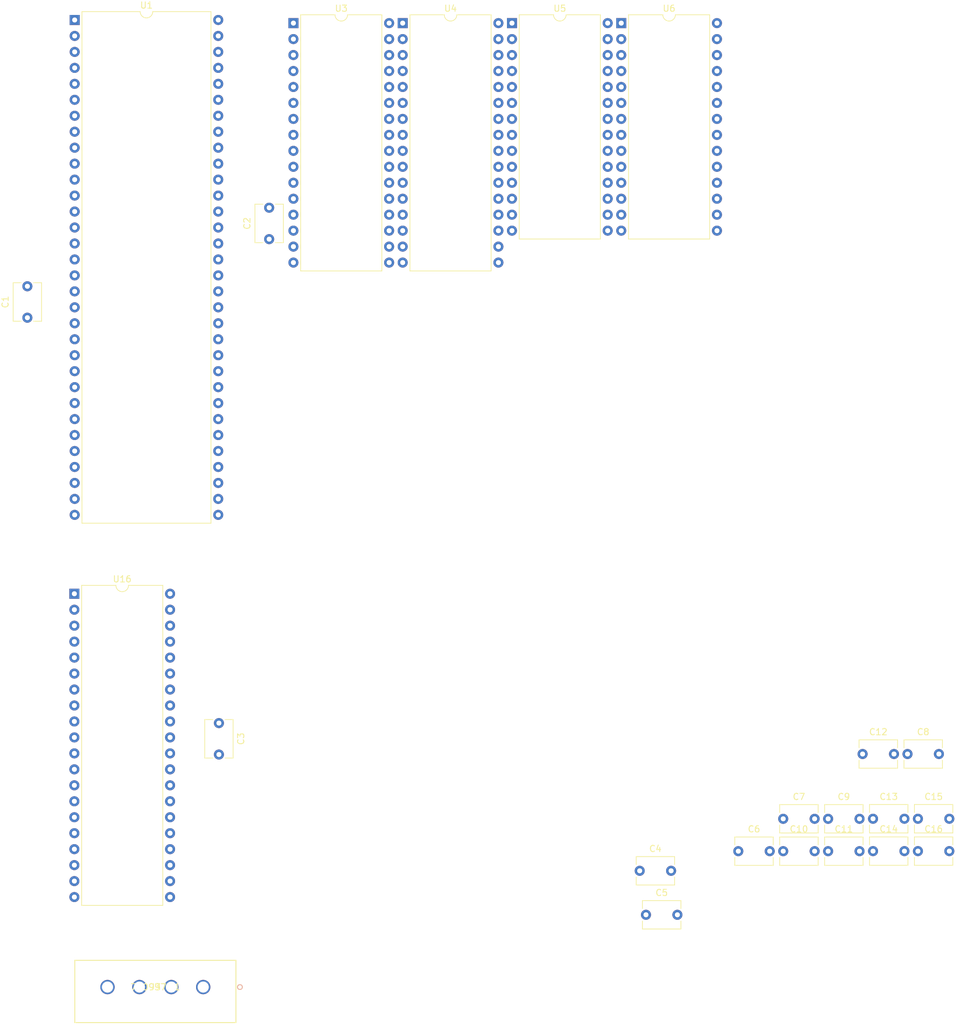
<source format=kicad_pcb>
(kicad_pcb (version 20171130) (host pcbnew 5.0.1-33cea8e~68~ubuntu18.04.1)

  (general
    (thickness 1.6)
    (drawings 0)
    (tracks 0)
    (zones 0)
    (modules 23)
    (nets 88)
  )

  (page USLegal)
  (layers
    (0 F.Cu signal)
    (31 B.Cu signal)
    (32 B.Adhes user)
    (33 F.Adhes user)
    (34 B.Paste user)
    (35 F.Paste user)
    (36 B.SilkS user)
    (37 F.SilkS user)
    (38 B.Mask user)
    (39 F.Mask user)
    (40 Dwgs.User user)
    (41 Cmts.User user)
    (42 Eco1.User user)
    (43 Eco2.User user)
    (44 Edge.Cuts user)
    (45 Margin user)
    (46 B.CrtYd user)
    (47 F.CrtYd user)
    (48 B.Fab user)
    (49 F.Fab user)
  )

  (setup
    (last_trace_width 0.25)
    (trace_clearance 0.2)
    (zone_clearance 0.508)
    (zone_45_only no)
    (trace_min 0.2)
    (segment_width 0.2)
    (edge_width 0.1)
    (via_size 0.8)
    (via_drill 0.4)
    (via_min_size 0.4)
    (via_min_drill 0.3)
    (uvia_size 0.3)
    (uvia_drill 0.1)
    (uvias_allowed no)
    (uvia_min_size 0.2)
    (uvia_min_drill 0.1)
    (pcb_text_width 0.3)
    (pcb_text_size 1.5 1.5)
    (mod_edge_width 0.15)
    (mod_text_size 1 1)
    (mod_text_width 0.15)
    (pad_size 1.5 1.5)
    (pad_drill 0.6)
    (pad_to_mask_clearance 0)
    (aux_axis_origin 0 0)
    (visible_elements FFFFFF7F)
    (pcbplotparams
      (layerselection 0x010fc_ffffffff)
      (usegerberextensions false)
      (usegerberattributes false)
      (usegerberadvancedattributes false)
      (creategerberjobfile false)
      (excludeedgelayer true)
      (linewidth 0.100000)
      (plotframeref false)
      (viasonmask false)
      (mode 1)
      (useauxorigin false)
      (hpglpennumber 1)
      (hpglpenspeed 20)
      (hpglpendiameter 15.000000)
      (psnegative false)
      (psa4output false)
      (plotreference true)
      (plotvalue true)
      (plotinvisibletext false)
      (padsonsilk false)
      (subtractmaskfromsilk false)
      (outputformat 1)
      (mirror false)
      (drillshape 1)
      (scaleselection 1)
      (outputdirectory ""))
  )

  (net 0 "")
  (net 1 +5V)
  (net 2 GND)
  (net 3 "Net-(C14-Pad1)")
  (net 4 "Net-(J3-Pad1)")
  (net 5 D4)
  (net 6 A5)
  (net 7 D3)
  (net 8 A6)
  (net 9 D2)
  (net 10 A7)
  (net 11 D1)
  (net 12 A8)
  (net 13 D0)
  (net 14 A9)
  (net 15 AS)
  (net 16 A10)
  (net 17 UDS)
  (net 18 A11)
  (net 19 LDS)
  (net 20 A12)
  (net 21 RW)
  (net 22 A13)
  (net 23 DTACK)
  (net 24 A14)
  (net 25 "Net-(U1-Pad11)")
  (net 26 A15)
  (net 27 A16)
  (net 28 A17)
  (net 29 A18)
  (net 30 SYS_CLK)
  (net 31 A19)
  (net 32 A20)
  (net 33 RESET)
  (net 34 A21)
  (net 35 "Net-(U1-Pad19)")
  (net 36 A22)
  (net 37 "Net-(U1-Pad20)")
  (net 38 A23)
  (net 39 D15)
  (net 40 /IPL2)
  (net 41 D14)
  (net 42 /IPL1)
  (net 43 D13)
  (net 44 /IPL0)
  (net 45 D12)
  (net 46 /FC2)
  (net 47 D11)
  (net 48 /FC1)
  (net 49 D10)
  (net 50 /FC0)
  (net 51 D9)
  (net 52 A1)
  (net 53 D8)
  (net 54 A2)
  (net 55 D7)
  (net 56 A3)
  (net 57 D6)
  (net 58 A4)
  (net 59 D5)
  (net 60 RAM_LDS)
  (net 61 OE)
  (net 62 RAM_UDS)
  (net 63 ROM_LDS)
  (net 64 ROM_UDS)
  (net 65 DUART_IRQ)
  (net 66 "Net-(U16-Pad2)")
  (net 67 CTS-B)
  (net 68 "Net-(U16-Pad26)")
  (net 69 CTS-A)
  (net 70 "Net-(U16-Pad27)")
  (net 71 "Net-(U16-Pad28)")
  (net 72 RTS-A)
  (net 73 RxD-B)
  (net 74 TxD-A)
  (net 75 TxD-B)
  (net 76 RxD-A)
  (net 77 RTS-B)
  (net 78 DUART_CLK)
  (net 79 "Net-(U16-Pad13)")
  (net 80 "Net-(U16-Pad33)")
  (net 81 "Net-(U16-Pad14)")
  (net 82 "Net-(U16-Pad15)")
  (net 83 DUART_CS)
  (net 84 "Net-(U16-Pad36)")
  (net 85 DUART_IACK)
  (net 86 "Net-(U16-Pad38)")
  (net 87 "Net-(U16-Pad39)")

  (net_class Default "This is the default net class."
    (clearance 0.2)
    (trace_width 0.25)
    (via_dia 0.8)
    (via_drill 0.4)
    (uvia_dia 0.3)
    (uvia_drill 0.1)
    (add_net +5V)
    (add_net /FC0)
    (add_net /FC1)
    (add_net /FC2)
    (add_net /IPL0)
    (add_net /IPL1)
    (add_net /IPL2)
    (add_net A1)
    (add_net A10)
    (add_net A11)
    (add_net A12)
    (add_net A13)
    (add_net A14)
    (add_net A15)
    (add_net A16)
    (add_net A17)
    (add_net A18)
    (add_net A19)
    (add_net A2)
    (add_net A20)
    (add_net A21)
    (add_net A22)
    (add_net A23)
    (add_net A3)
    (add_net A4)
    (add_net A5)
    (add_net A6)
    (add_net A7)
    (add_net A8)
    (add_net A9)
    (add_net AS)
    (add_net CTS-A)
    (add_net CTS-B)
    (add_net D0)
    (add_net D1)
    (add_net D10)
    (add_net D11)
    (add_net D12)
    (add_net D13)
    (add_net D14)
    (add_net D15)
    (add_net D2)
    (add_net D3)
    (add_net D4)
    (add_net D5)
    (add_net D6)
    (add_net D7)
    (add_net D8)
    (add_net D9)
    (add_net DTACK)
    (add_net DUART_CLK)
    (add_net DUART_CS)
    (add_net DUART_IACK)
    (add_net DUART_IRQ)
    (add_net GND)
    (add_net LDS)
    (add_net "Net-(C14-Pad1)")
    (add_net "Net-(J3-Pad1)")
    (add_net "Net-(U1-Pad11)")
    (add_net "Net-(U1-Pad19)")
    (add_net "Net-(U1-Pad20)")
    (add_net "Net-(U16-Pad13)")
    (add_net "Net-(U16-Pad14)")
    (add_net "Net-(U16-Pad15)")
    (add_net "Net-(U16-Pad2)")
    (add_net "Net-(U16-Pad26)")
    (add_net "Net-(U16-Pad27)")
    (add_net "Net-(U16-Pad28)")
    (add_net "Net-(U16-Pad33)")
    (add_net "Net-(U16-Pad36)")
    (add_net "Net-(U16-Pad38)")
    (add_net "Net-(U16-Pad39)")
    (add_net OE)
    (add_net RAM_LDS)
    (add_net RAM_UDS)
    (add_net RESET)
    (add_net ROM_LDS)
    (add_net ROM_UDS)
    (add_net RTS-A)
    (add_net RTS-B)
    (add_net RW)
    (add_net RxD-A)
    (add_net RxD-B)
    (add_net SYS_CLK)
    (add_net TxD-A)
    (add_net TxD-B)
    (add_net UDS)
  )

  (module Capacitors_ThroughHole:C_Disc_D6.0mm_W4.4mm_P5.00mm (layer F.Cu) (tedit 597BC7C2) (tstamp 5BD9E04E)
    (at 61 67 90)
    (descr "C, Disc series, Radial, pin pitch=5.00mm, , diameter*width=6*4.4mm^2, Capacitor")
    (tags "C Disc series Radial pin pitch 5.00mm  diameter 6mm width 4.4mm Capacitor")
    (path /5BD87B78/5BD9419E)
    (fp_text reference C1 (at 2.5 -3.51 90) (layer F.SilkS)
      (effects (font (size 1 1) (thickness 0.15)))
    )
    (fp_text value C (at 2.5 3.51 90) (layer F.Fab)
      (effects (font (size 1 1) (thickness 0.15)))
    )
    (fp_text user %R (at 2.5 0 90) (layer F.Fab)
      (effects (font (size 1 1) (thickness 0.15)))
    )
    (fp_line (start 6.05 -2.55) (end -1.05 -2.55) (layer F.CrtYd) (width 0.05))
    (fp_line (start 6.05 2.55) (end 6.05 -2.55) (layer F.CrtYd) (width 0.05))
    (fp_line (start -1.05 2.55) (end 6.05 2.55) (layer F.CrtYd) (width 0.05))
    (fp_line (start -1.05 -2.55) (end -1.05 2.55) (layer F.CrtYd) (width 0.05))
    (fp_line (start 5.56 0.996) (end 5.56 2.26) (layer F.SilkS) (width 0.12))
    (fp_line (start 5.56 -2.26) (end 5.56 -0.996) (layer F.SilkS) (width 0.12))
    (fp_line (start -0.56 0.996) (end -0.56 2.26) (layer F.SilkS) (width 0.12))
    (fp_line (start -0.56 -2.26) (end -0.56 -0.996) (layer F.SilkS) (width 0.12))
    (fp_line (start -0.56 2.26) (end 5.56 2.26) (layer F.SilkS) (width 0.12))
    (fp_line (start -0.56 -2.26) (end 5.56 -2.26) (layer F.SilkS) (width 0.12))
    (fp_line (start 5.5 -2.2) (end -0.5 -2.2) (layer F.Fab) (width 0.1))
    (fp_line (start 5.5 2.2) (end 5.5 -2.2) (layer F.Fab) (width 0.1))
    (fp_line (start -0.5 2.2) (end 5.5 2.2) (layer F.Fab) (width 0.1))
    (fp_line (start -0.5 -2.2) (end -0.5 2.2) (layer F.Fab) (width 0.1))
    (pad 2 thru_hole circle (at 5 0 90) (size 1.6 1.6) (drill 0.8) (layers *.Cu *.Mask)
      (net 2 GND))
    (pad 1 thru_hole circle (at 0 0 90) (size 1.6 1.6) (drill 0.8) (layers *.Cu *.Mask)
      (net 1 +5V))
    (model ${KISYS3DMOD}/Capacitors_THT.3dshapes/C_Disc_D6.0mm_W4.4mm_P5.00mm.wrl
      (at (xyz 0 0 0))
      (scale (xyz 1 1 1))
      (rotate (xyz 0 0 0))
    )
  )

  (module Capacitors_ThroughHole:C_Disc_D6.0mm_W4.4mm_P5.00mm (layer F.Cu) (tedit 597BC7C2) (tstamp 5BD9E063)
    (at 99.5 54.5 90)
    (descr "C, Disc series, Radial, pin pitch=5.00mm, , diameter*width=6*4.4mm^2, Capacitor")
    (tags "C Disc series Radial pin pitch 5.00mm  diameter 6mm width 4.4mm Capacitor")
    (path /5BD87B78/5BD94287)
    (fp_text reference C2 (at 2.5 -3.51 90) (layer F.SilkS)
      (effects (font (size 1 1) (thickness 0.15)))
    )
    (fp_text value C (at 2.5 3.51 90) (layer F.Fab)
      (effects (font (size 1 1) (thickness 0.15)))
    )
    (fp_line (start -0.5 -2.2) (end -0.5 2.2) (layer F.Fab) (width 0.1))
    (fp_line (start -0.5 2.2) (end 5.5 2.2) (layer F.Fab) (width 0.1))
    (fp_line (start 5.5 2.2) (end 5.5 -2.2) (layer F.Fab) (width 0.1))
    (fp_line (start 5.5 -2.2) (end -0.5 -2.2) (layer F.Fab) (width 0.1))
    (fp_line (start -0.56 -2.26) (end 5.56 -2.26) (layer F.SilkS) (width 0.12))
    (fp_line (start -0.56 2.26) (end 5.56 2.26) (layer F.SilkS) (width 0.12))
    (fp_line (start -0.56 -2.26) (end -0.56 -0.996) (layer F.SilkS) (width 0.12))
    (fp_line (start -0.56 0.996) (end -0.56 2.26) (layer F.SilkS) (width 0.12))
    (fp_line (start 5.56 -2.26) (end 5.56 -0.996) (layer F.SilkS) (width 0.12))
    (fp_line (start 5.56 0.996) (end 5.56 2.26) (layer F.SilkS) (width 0.12))
    (fp_line (start -1.05 -2.55) (end -1.05 2.55) (layer F.CrtYd) (width 0.05))
    (fp_line (start -1.05 2.55) (end 6.05 2.55) (layer F.CrtYd) (width 0.05))
    (fp_line (start 6.05 2.55) (end 6.05 -2.55) (layer F.CrtYd) (width 0.05))
    (fp_line (start 6.05 -2.55) (end -1.05 -2.55) (layer F.CrtYd) (width 0.05))
    (fp_text user %R (at 2.5 0 90) (layer F.Fab)
      (effects (font (size 1 1) (thickness 0.15)))
    )
    (pad 1 thru_hole circle (at 0 0 90) (size 1.6 1.6) (drill 0.8) (layers *.Cu *.Mask)
      (net 1 +5V))
    (pad 2 thru_hole circle (at 5 0 90) (size 1.6 1.6) (drill 0.8) (layers *.Cu *.Mask)
      (net 2 GND))
    (model ${KISYS3DMOD}/Capacitors_THT.3dshapes/C_Disc_D6.0mm_W4.4mm_P5.00mm.wrl
      (at (xyz 0 0 0))
      (scale (xyz 1 1 1))
      (rotate (xyz 0 0 0))
    )
  )

  (module Capacitors_ThroughHole:C_Disc_D6.0mm_W4.4mm_P5.00mm (layer F.Cu) (tedit 597BC7C2) (tstamp 5BD9E078)
    (at 91.5 131.5 270)
    (descr "C, Disc series, Radial, pin pitch=5.00mm, , diameter*width=6*4.4mm^2, Capacitor")
    (tags "C Disc series Radial pin pitch 5.00mm  diameter 6mm width 4.4mm Capacitor")
    (path /5BD87B78/5BD942C1)
    (fp_text reference C3 (at 2.5 -3.51 270) (layer F.SilkS)
      (effects (font (size 1 1) (thickness 0.15)))
    )
    (fp_text value C (at 2.5 3.51 270) (layer F.Fab)
      (effects (font (size 1 1) (thickness 0.15)))
    )
    (fp_text user %R (at 2.5 0 270) (layer F.Fab)
      (effects (font (size 1 1) (thickness 0.15)))
    )
    (fp_line (start 6.05 -2.55) (end -1.05 -2.55) (layer F.CrtYd) (width 0.05))
    (fp_line (start 6.05 2.55) (end 6.05 -2.55) (layer F.CrtYd) (width 0.05))
    (fp_line (start -1.05 2.55) (end 6.05 2.55) (layer F.CrtYd) (width 0.05))
    (fp_line (start -1.05 -2.55) (end -1.05 2.55) (layer F.CrtYd) (width 0.05))
    (fp_line (start 5.56 0.996) (end 5.56 2.26) (layer F.SilkS) (width 0.12))
    (fp_line (start 5.56 -2.26) (end 5.56 -0.996) (layer F.SilkS) (width 0.12))
    (fp_line (start -0.56 0.996) (end -0.56 2.26) (layer F.SilkS) (width 0.12))
    (fp_line (start -0.56 -2.26) (end -0.56 -0.996) (layer F.SilkS) (width 0.12))
    (fp_line (start -0.56 2.26) (end 5.56 2.26) (layer F.SilkS) (width 0.12))
    (fp_line (start -0.56 -2.26) (end 5.56 -2.26) (layer F.SilkS) (width 0.12))
    (fp_line (start 5.5 -2.2) (end -0.5 -2.2) (layer F.Fab) (width 0.1))
    (fp_line (start 5.5 2.2) (end 5.5 -2.2) (layer F.Fab) (width 0.1))
    (fp_line (start -0.5 2.2) (end 5.5 2.2) (layer F.Fab) (width 0.1))
    (fp_line (start -0.5 -2.2) (end -0.5 2.2) (layer F.Fab) (width 0.1))
    (pad 2 thru_hole circle (at 5 0 270) (size 1.6 1.6) (drill 0.8) (layers *.Cu *.Mask)
      (net 2 GND))
    (pad 1 thru_hole circle (at 0 0 270) (size 1.6 1.6) (drill 0.8) (layers *.Cu *.Mask)
      (net 1 +5V))
    (model ${KISYS3DMOD}/Capacitors_THT.3dshapes/C_Disc_D6.0mm_W4.4mm_P5.00mm.wrl
      (at (xyz 0 0 0))
      (scale (xyz 1 1 1))
      (rotate (xyz 0 0 0))
    )
  )

  (module Capacitors_ThroughHole:C_Disc_D6.0mm_W4.4mm_P5.00mm (layer F.Cu) (tedit 597BC7C2) (tstamp 5BD9E08D)
    (at 158.5 155)
    (descr "C, Disc series, Radial, pin pitch=5.00mm, , diameter*width=6*4.4mm^2, Capacitor")
    (tags "C Disc series Radial pin pitch 5.00mm  diameter 6mm width 4.4mm Capacitor")
    (path /5BD87B78/5BD942EF)
    (fp_text reference C4 (at 2.5 -3.51) (layer F.SilkS)
      (effects (font (size 1 1) (thickness 0.15)))
    )
    (fp_text value C (at 2.5 3.51) (layer F.Fab)
      (effects (font (size 1 1) (thickness 0.15)))
    )
    (fp_line (start -0.5 -2.2) (end -0.5 2.2) (layer F.Fab) (width 0.1))
    (fp_line (start -0.5 2.2) (end 5.5 2.2) (layer F.Fab) (width 0.1))
    (fp_line (start 5.5 2.2) (end 5.5 -2.2) (layer F.Fab) (width 0.1))
    (fp_line (start 5.5 -2.2) (end -0.5 -2.2) (layer F.Fab) (width 0.1))
    (fp_line (start -0.56 -2.26) (end 5.56 -2.26) (layer F.SilkS) (width 0.12))
    (fp_line (start -0.56 2.26) (end 5.56 2.26) (layer F.SilkS) (width 0.12))
    (fp_line (start -0.56 -2.26) (end -0.56 -0.996) (layer F.SilkS) (width 0.12))
    (fp_line (start -0.56 0.996) (end -0.56 2.26) (layer F.SilkS) (width 0.12))
    (fp_line (start 5.56 -2.26) (end 5.56 -0.996) (layer F.SilkS) (width 0.12))
    (fp_line (start 5.56 0.996) (end 5.56 2.26) (layer F.SilkS) (width 0.12))
    (fp_line (start -1.05 -2.55) (end -1.05 2.55) (layer F.CrtYd) (width 0.05))
    (fp_line (start -1.05 2.55) (end 6.05 2.55) (layer F.CrtYd) (width 0.05))
    (fp_line (start 6.05 2.55) (end 6.05 -2.55) (layer F.CrtYd) (width 0.05))
    (fp_line (start 6.05 -2.55) (end -1.05 -2.55) (layer F.CrtYd) (width 0.05))
    (fp_text user %R (at 2.5 0) (layer F.Fab)
      (effects (font (size 1 1) (thickness 0.15)))
    )
    (pad 1 thru_hole circle (at 0 0) (size 1.6 1.6) (drill 0.8) (layers *.Cu *.Mask)
      (net 1 +5V))
    (pad 2 thru_hole circle (at 5 0) (size 1.6 1.6) (drill 0.8) (layers *.Cu *.Mask)
      (net 2 GND))
    (model ${KISYS3DMOD}/Capacitors_THT.3dshapes/C_Disc_D6.0mm_W4.4mm_P5.00mm.wrl
      (at (xyz 0 0 0))
      (scale (xyz 1 1 1))
      (rotate (xyz 0 0 0))
    )
  )

  (module Capacitors_ThroughHole:C_Disc_D6.0mm_W4.4mm_P5.00mm (layer F.Cu) (tedit 597BC7C2) (tstamp 5BD9E0A2)
    (at 159.5 162)
    (descr "C, Disc series, Radial, pin pitch=5.00mm, , diameter*width=6*4.4mm^2, Capacitor")
    (tags "C Disc series Radial pin pitch 5.00mm  diameter 6mm width 4.4mm Capacitor")
    (path /5BD87B78/5BD94321)
    (fp_text reference C5 (at 2.5 -3.51) (layer F.SilkS)
      (effects (font (size 1 1) (thickness 0.15)))
    )
    (fp_text value C (at 2.5 3.51) (layer F.Fab)
      (effects (font (size 1 1) (thickness 0.15)))
    )
    (fp_text user %R (at 2.5 0) (layer F.Fab)
      (effects (font (size 1 1) (thickness 0.15)))
    )
    (fp_line (start 6.05 -2.55) (end -1.05 -2.55) (layer F.CrtYd) (width 0.05))
    (fp_line (start 6.05 2.55) (end 6.05 -2.55) (layer F.CrtYd) (width 0.05))
    (fp_line (start -1.05 2.55) (end 6.05 2.55) (layer F.CrtYd) (width 0.05))
    (fp_line (start -1.05 -2.55) (end -1.05 2.55) (layer F.CrtYd) (width 0.05))
    (fp_line (start 5.56 0.996) (end 5.56 2.26) (layer F.SilkS) (width 0.12))
    (fp_line (start 5.56 -2.26) (end 5.56 -0.996) (layer F.SilkS) (width 0.12))
    (fp_line (start -0.56 0.996) (end -0.56 2.26) (layer F.SilkS) (width 0.12))
    (fp_line (start -0.56 -2.26) (end -0.56 -0.996) (layer F.SilkS) (width 0.12))
    (fp_line (start -0.56 2.26) (end 5.56 2.26) (layer F.SilkS) (width 0.12))
    (fp_line (start -0.56 -2.26) (end 5.56 -2.26) (layer F.SilkS) (width 0.12))
    (fp_line (start 5.5 -2.2) (end -0.5 -2.2) (layer F.Fab) (width 0.1))
    (fp_line (start 5.5 2.2) (end 5.5 -2.2) (layer F.Fab) (width 0.1))
    (fp_line (start -0.5 2.2) (end 5.5 2.2) (layer F.Fab) (width 0.1))
    (fp_line (start -0.5 -2.2) (end -0.5 2.2) (layer F.Fab) (width 0.1))
    (pad 2 thru_hole circle (at 5 0) (size 1.6 1.6) (drill 0.8) (layers *.Cu *.Mask)
      (net 2 GND))
    (pad 1 thru_hole circle (at 0 0) (size 1.6 1.6) (drill 0.8) (layers *.Cu *.Mask)
      (net 1 +5V))
    (model ${KISYS3DMOD}/Capacitors_THT.3dshapes/C_Disc_D6.0mm_W4.4mm_P5.00mm.wrl
      (at (xyz 0 0 0))
      (scale (xyz 1 1 1))
      (rotate (xyz 0 0 0))
    )
  )

  (module Capacitors_ThroughHole:C_Disc_D6.0mm_W4.4mm_P5.00mm (layer F.Cu) (tedit 597BC7C2) (tstamp 5BD9E0B7)
    (at 174.202101 151.878741)
    (descr "C, Disc series, Radial, pin pitch=5.00mm, , diameter*width=6*4.4mm^2, Capacitor")
    (tags "C Disc series Radial pin pitch 5.00mm  diameter 6mm width 4.4mm Capacitor")
    (path /5BD87B78/5BD9483E)
    (fp_text reference C6 (at 2.5 -3.51) (layer F.SilkS)
      (effects (font (size 1 1) (thickness 0.15)))
    )
    (fp_text value C (at 2.5 3.51) (layer F.Fab)
      (effects (font (size 1 1) (thickness 0.15)))
    )
    (fp_line (start -0.5 -2.2) (end -0.5 2.2) (layer F.Fab) (width 0.1))
    (fp_line (start -0.5 2.2) (end 5.5 2.2) (layer F.Fab) (width 0.1))
    (fp_line (start 5.5 2.2) (end 5.5 -2.2) (layer F.Fab) (width 0.1))
    (fp_line (start 5.5 -2.2) (end -0.5 -2.2) (layer F.Fab) (width 0.1))
    (fp_line (start -0.56 -2.26) (end 5.56 -2.26) (layer F.SilkS) (width 0.12))
    (fp_line (start -0.56 2.26) (end 5.56 2.26) (layer F.SilkS) (width 0.12))
    (fp_line (start -0.56 -2.26) (end -0.56 -0.996) (layer F.SilkS) (width 0.12))
    (fp_line (start -0.56 0.996) (end -0.56 2.26) (layer F.SilkS) (width 0.12))
    (fp_line (start 5.56 -2.26) (end 5.56 -0.996) (layer F.SilkS) (width 0.12))
    (fp_line (start 5.56 0.996) (end 5.56 2.26) (layer F.SilkS) (width 0.12))
    (fp_line (start -1.05 -2.55) (end -1.05 2.55) (layer F.CrtYd) (width 0.05))
    (fp_line (start -1.05 2.55) (end 6.05 2.55) (layer F.CrtYd) (width 0.05))
    (fp_line (start 6.05 2.55) (end 6.05 -2.55) (layer F.CrtYd) (width 0.05))
    (fp_line (start 6.05 -2.55) (end -1.05 -2.55) (layer F.CrtYd) (width 0.05))
    (fp_text user %R (at 2.5 0) (layer F.Fab)
      (effects (font (size 1 1) (thickness 0.15)))
    )
    (pad 1 thru_hole circle (at 0 0) (size 1.6 1.6) (drill 0.8) (layers *.Cu *.Mask)
      (net 1 +5V))
    (pad 2 thru_hole circle (at 5 0) (size 1.6 1.6) (drill 0.8) (layers *.Cu *.Mask)
      (net 2 GND))
    (model ${KISYS3DMOD}/Capacitors_THT.3dshapes/C_Disc_D6.0mm_W4.4mm_P5.00mm.wrl
      (at (xyz 0 0 0))
      (scale (xyz 1 1 1))
      (rotate (xyz 0 0 0))
    )
  )

  (module Capacitors_ThroughHole:C_Disc_D6.0mm_W4.4mm_P5.00mm (layer F.Cu) (tedit 597BC7C2) (tstamp 5BD9E0CC)
    (at 181.352101 146.728741)
    (descr "C, Disc series, Radial, pin pitch=5.00mm, , diameter*width=6*4.4mm^2, Capacitor")
    (tags "C Disc series Radial pin pitch 5.00mm  diameter 6mm width 4.4mm Capacitor")
    (path /5BD87B78/5BD94845)
    (fp_text reference C7 (at 2.5 -3.51) (layer F.SilkS)
      (effects (font (size 1 1) (thickness 0.15)))
    )
    (fp_text value C (at 2.5 3.51) (layer F.Fab)
      (effects (font (size 1 1) (thickness 0.15)))
    )
    (fp_line (start -0.5 -2.2) (end -0.5 2.2) (layer F.Fab) (width 0.1))
    (fp_line (start -0.5 2.2) (end 5.5 2.2) (layer F.Fab) (width 0.1))
    (fp_line (start 5.5 2.2) (end 5.5 -2.2) (layer F.Fab) (width 0.1))
    (fp_line (start 5.5 -2.2) (end -0.5 -2.2) (layer F.Fab) (width 0.1))
    (fp_line (start -0.56 -2.26) (end 5.56 -2.26) (layer F.SilkS) (width 0.12))
    (fp_line (start -0.56 2.26) (end 5.56 2.26) (layer F.SilkS) (width 0.12))
    (fp_line (start -0.56 -2.26) (end -0.56 -0.996) (layer F.SilkS) (width 0.12))
    (fp_line (start -0.56 0.996) (end -0.56 2.26) (layer F.SilkS) (width 0.12))
    (fp_line (start 5.56 -2.26) (end 5.56 -0.996) (layer F.SilkS) (width 0.12))
    (fp_line (start 5.56 0.996) (end 5.56 2.26) (layer F.SilkS) (width 0.12))
    (fp_line (start -1.05 -2.55) (end -1.05 2.55) (layer F.CrtYd) (width 0.05))
    (fp_line (start -1.05 2.55) (end 6.05 2.55) (layer F.CrtYd) (width 0.05))
    (fp_line (start 6.05 2.55) (end 6.05 -2.55) (layer F.CrtYd) (width 0.05))
    (fp_line (start 6.05 -2.55) (end -1.05 -2.55) (layer F.CrtYd) (width 0.05))
    (fp_text user %R (at 2.5 0) (layer F.Fab)
      (effects (font (size 1 1) (thickness 0.15)))
    )
    (pad 1 thru_hole circle (at 0 0) (size 1.6 1.6) (drill 0.8) (layers *.Cu *.Mask)
      (net 1 +5V))
    (pad 2 thru_hole circle (at 5 0) (size 1.6 1.6) (drill 0.8) (layers *.Cu *.Mask)
      (net 2 GND))
    (model ${KISYS3DMOD}/Capacitors_THT.3dshapes/C_Disc_D6.0mm_W4.4mm_P5.00mm.wrl
      (at (xyz 0 0 0))
      (scale (xyz 1 1 1))
      (rotate (xyz 0 0 0))
    )
  )

  (module Capacitors_ThroughHole:C_Disc_D6.0mm_W4.4mm_P5.00mm (layer F.Cu) (tedit 597BC7C2) (tstamp 5BD9E0E1)
    (at 201.142101 136.418741)
    (descr "C, Disc series, Radial, pin pitch=5.00mm, , diameter*width=6*4.4mm^2, Capacitor")
    (tags "C Disc series Radial pin pitch 5.00mm  diameter 6mm width 4.4mm Capacitor")
    (path /5BD87B78/5BD9484C)
    (fp_text reference C8 (at 2.5 -3.51) (layer F.SilkS)
      (effects (font (size 1 1) (thickness 0.15)))
    )
    (fp_text value C (at 2.5 3.51) (layer F.Fab)
      (effects (font (size 1 1) (thickness 0.15)))
    )
    (fp_text user %R (at 2.5 0) (layer F.Fab)
      (effects (font (size 1 1) (thickness 0.15)))
    )
    (fp_line (start 6.05 -2.55) (end -1.05 -2.55) (layer F.CrtYd) (width 0.05))
    (fp_line (start 6.05 2.55) (end 6.05 -2.55) (layer F.CrtYd) (width 0.05))
    (fp_line (start -1.05 2.55) (end 6.05 2.55) (layer F.CrtYd) (width 0.05))
    (fp_line (start -1.05 -2.55) (end -1.05 2.55) (layer F.CrtYd) (width 0.05))
    (fp_line (start 5.56 0.996) (end 5.56 2.26) (layer F.SilkS) (width 0.12))
    (fp_line (start 5.56 -2.26) (end 5.56 -0.996) (layer F.SilkS) (width 0.12))
    (fp_line (start -0.56 0.996) (end -0.56 2.26) (layer F.SilkS) (width 0.12))
    (fp_line (start -0.56 -2.26) (end -0.56 -0.996) (layer F.SilkS) (width 0.12))
    (fp_line (start -0.56 2.26) (end 5.56 2.26) (layer F.SilkS) (width 0.12))
    (fp_line (start -0.56 -2.26) (end 5.56 -2.26) (layer F.SilkS) (width 0.12))
    (fp_line (start 5.5 -2.2) (end -0.5 -2.2) (layer F.Fab) (width 0.1))
    (fp_line (start 5.5 2.2) (end 5.5 -2.2) (layer F.Fab) (width 0.1))
    (fp_line (start -0.5 2.2) (end 5.5 2.2) (layer F.Fab) (width 0.1))
    (fp_line (start -0.5 -2.2) (end -0.5 2.2) (layer F.Fab) (width 0.1))
    (pad 2 thru_hole circle (at 5 0) (size 1.6 1.6) (drill 0.8) (layers *.Cu *.Mask)
      (net 2 GND))
    (pad 1 thru_hole circle (at 0 0) (size 1.6 1.6) (drill 0.8) (layers *.Cu *.Mask)
      (net 1 +5V))
    (model ${KISYS3DMOD}/Capacitors_THT.3dshapes/C_Disc_D6.0mm_W4.4mm_P5.00mm.wrl
      (at (xyz 0 0 0))
      (scale (xyz 1 1 1))
      (rotate (xyz 0 0 0))
    )
  )

  (module Capacitors_ThroughHole:C_Disc_D6.0mm_W4.4mm_P5.00mm (layer F.Cu) (tedit 597BC7C2) (tstamp 5BD9E0F6)
    (at 188.502101 146.728741)
    (descr "C, Disc series, Radial, pin pitch=5.00mm, , diameter*width=6*4.4mm^2, Capacitor")
    (tags "C Disc series Radial pin pitch 5.00mm  diameter 6mm width 4.4mm Capacitor")
    (path /5BD87B78/5BD94853)
    (fp_text reference C9 (at 2.5 -3.51) (layer F.SilkS)
      (effects (font (size 1 1) (thickness 0.15)))
    )
    (fp_text value C (at 2.5 3.51) (layer F.Fab)
      (effects (font (size 1 1) (thickness 0.15)))
    )
    (fp_line (start -0.5 -2.2) (end -0.5 2.2) (layer F.Fab) (width 0.1))
    (fp_line (start -0.5 2.2) (end 5.5 2.2) (layer F.Fab) (width 0.1))
    (fp_line (start 5.5 2.2) (end 5.5 -2.2) (layer F.Fab) (width 0.1))
    (fp_line (start 5.5 -2.2) (end -0.5 -2.2) (layer F.Fab) (width 0.1))
    (fp_line (start -0.56 -2.26) (end 5.56 -2.26) (layer F.SilkS) (width 0.12))
    (fp_line (start -0.56 2.26) (end 5.56 2.26) (layer F.SilkS) (width 0.12))
    (fp_line (start -0.56 -2.26) (end -0.56 -0.996) (layer F.SilkS) (width 0.12))
    (fp_line (start -0.56 0.996) (end -0.56 2.26) (layer F.SilkS) (width 0.12))
    (fp_line (start 5.56 -2.26) (end 5.56 -0.996) (layer F.SilkS) (width 0.12))
    (fp_line (start 5.56 0.996) (end 5.56 2.26) (layer F.SilkS) (width 0.12))
    (fp_line (start -1.05 -2.55) (end -1.05 2.55) (layer F.CrtYd) (width 0.05))
    (fp_line (start -1.05 2.55) (end 6.05 2.55) (layer F.CrtYd) (width 0.05))
    (fp_line (start 6.05 2.55) (end 6.05 -2.55) (layer F.CrtYd) (width 0.05))
    (fp_line (start 6.05 -2.55) (end -1.05 -2.55) (layer F.CrtYd) (width 0.05))
    (fp_text user %R (at 2.5 0) (layer F.Fab)
      (effects (font (size 1 1) (thickness 0.15)))
    )
    (pad 1 thru_hole circle (at 0 0) (size 1.6 1.6) (drill 0.8) (layers *.Cu *.Mask)
      (net 1 +5V))
    (pad 2 thru_hole circle (at 5 0) (size 1.6 1.6) (drill 0.8) (layers *.Cu *.Mask)
      (net 2 GND))
    (model ${KISYS3DMOD}/Capacitors_THT.3dshapes/C_Disc_D6.0mm_W4.4mm_P5.00mm.wrl
      (at (xyz 0 0 0))
      (scale (xyz 1 1 1))
      (rotate (xyz 0 0 0))
    )
  )

  (module Capacitors_ThroughHole:C_Disc_D6.0mm_W4.4mm_P5.00mm (layer F.Cu) (tedit 597BC7C2) (tstamp 5BD9E10B)
    (at 181.352101 151.878741)
    (descr "C, Disc series, Radial, pin pitch=5.00mm, , diameter*width=6*4.4mm^2, Capacitor")
    (tags "C Disc series Radial pin pitch 5.00mm  diameter 6mm width 4.4mm Capacitor")
    (path /5BD87B78/5BD9485A)
    (fp_text reference C10 (at 2.5 -3.51) (layer F.SilkS)
      (effects (font (size 1 1) (thickness 0.15)))
    )
    (fp_text value C (at 2.5 3.51) (layer F.Fab)
      (effects (font (size 1 1) (thickness 0.15)))
    )
    (fp_text user %R (at 2.5 0) (layer F.Fab)
      (effects (font (size 1 1) (thickness 0.15)))
    )
    (fp_line (start 6.05 -2.55) (end -1.05 -2.55) (layer F.CrtYd) (width 0.05))
    (fp_line (start 6.05 2.55) (end 6.05 -2.55) (layer F.CrtYd) (width 0.05))
    (fp_line (start -1.05 2.55) (end 6.05 2.55) (layer F.CrtYd) (width 0.05))
    (fp_line (start -1.05 -2.55) (end -1.05 2.55) (layer F.CrtYd) (width 0.05))
    (fp_line (start 5.56 0.996) (end 5.56 2.26) (layer F.SilkS) (width 0.12))
    (fp_line (start 5.56 -2.26) (end 5.56 -0.996) (layer F.SilkS) (width 0.12))
    (fp_line (start -0.56 0.996) (end -0.56 2.26) (layer F.SilkS) (width 0.12))
    (fp_line (start -0.56 -2.26) (end -0.56 -0.996) (layer F.SilkS) (width 0.12))
    (fp_line (start -0.56 2.26) (end 5.56 2.26) (layer F.SilkS) (width 0.12))
    (fp_line (start -0.56 -2.26) (end 5.56 -2.26) (layer F.SilkS) (width 0.12))
    (fp_line (start 5.5 -2.2) (end -0.5 -2.2) (layer F.Fab) (width 0.1))
    (fp_line (start 5.5 2.2) (end 5.5 -2.2) (layer F.Fab) (width 0.1))
    (fp_line (start -0.5 2.2) (end 5.5 2.2) (layer F.Fab) (width 0.1))
    (fp_line (start -0.5 -2.2) (end -0.5 2.2) (layer F.Fab) (width 0.1))
    (pad 2 thru_hole circle (at 5 0) (size 1.6 1.6) (drill 0.8) (layers *.Cu *.Mask)
      (net 2 GND))
    (pad 1 thru_hole circle (at 0 0) (size 1.6 1.6) (drill 0.8) (layers *.Cu *.Mask)
      (net 1 +5V))
    (model ${KISYS3DMOD}/Capacitors_THT.3dshapes/C_Disc_D6.0mm_W4.4mm_P5.00mm.wrl
      (at (xyz 0 0 0))
      (scale (xyz 1 1 1))
      (rotate (xyz 0 0 0))
    )
  )

  (module Capacitors_ThroughHole:C_Disc_D6.0mm_W4.4mm_P5.00mm (layer F.Cu) (tedit 597BC7C2) (tstamp 5BD9E120)
    (at 188.502101 151.878741)
    (descr "C, Disc series, Radial, pin pitch=5.00mm, , diameter*width=6*4.4mm^2, Capacitor")
    (tags "C Disc series Radial pin pitch 5.00mm  diameter 6mm width 4.4mm Capacitor")
    (path /5BD87B78/5C16A44E)
    (fp_text reference C11 (at 2.5 -3.51) (layer F.SilkS)
      (effects (font (size 1 1) (thickness 0.15)))
    )
    (fp_text value C (at 2.5 3.51) (layer F.Fab)
      (effects (font (size 1 1) (thickness 0.15)))
    )
    (fp_text user %R (at 2.5 0) (layer F.Fab)
      (effects (font (size 1 1) (thickness 0.15)))
    )
    (fp_line (start 6.05 -2.55) (end -1.05 -2.55) (layer F.CrtYd) (width 0.05))
    (fp_line (start 6.05 2.55) (end 6.05 -2.55) (layer F.CrtYd) (width 0.05))
    (fp_line (start -1.05 2.55) (end 6.05 2.55) (layer F.CrtYd) (width 0.05))
    (fp_line (start -1.05 -2.55) (end -1.05 2.55) (layer F.CrtYd) (width 0.05))
    (fp_line (start 5.56 0.996) (end 5.56 2.26) (layer F.SilkS) (width 0.12))
    (fp_line (start 5.56 -2.26) (end 5.56 -0.996) (layer F.SilkS) (width 0.12))
    (fp_line (start -0.56 0.996) (end -0.56 2.26) (layer F.SilkS) (width 0.12))
    (fp_line (start -0.56 -2.26) (end -0.56 -0.996) (layer F.SilkS) (width 0.12))
    (fp_line (start -0.56 2.26) (end 5.56 2.26) (layer F.SilkS) (width 0.12))
    (fp_line (start -0.56 -2.26) (end 5.56 -2.26) (layer F.SilkS) (width 0.12))
    (fp_line (start 5.5 -2.2) (end -0.5 -2.2) (layer F.Fab) (width 0.1))
    (fp_line (start 5.5 2.2) (end 5.5 -2.2) (layer F.Fab) (width 0.1))
    (fp_line (start -0.5 2.2) (end 5.5 2.2) (layer F.Fab) (width 0.1))
    (fp_line (start -0.5 -2.2) (end -0.5 2.2) (layer F.Fab) (width 0.1))
    (pad 2 thru_hole circle (at 5 0) (size 1.6 1.6) (drill 0.8) (layers *.Cu *.Mask)
      (net 2 GND))
    (pad 1 thru_hole circle (at 0 0) (size 1.6 1.6) (drill 0.8) (layers *.Cu *.Mask)
      (net 1 +5V))
    (model ${KISYS3DMOD}/Capacitors_THT.3dshapes/C_Disc_D6.0mm_W4.4mm_P5.00mm.wrl
      (at (xyz 0 0 0))
      (scale (xyz 1 1 1))
      (rotate (xyz 0 0 0))
    )
  )

  (module Capacitors_ThroughHole:C_Disc_D6.0mm_W4.4mm_P5.00mm (layer F.Cu) (tedit 597BC7C2) (tstamp 5BD9E135)
    (at 193.992101 136.418741)
    (descr "C, Disc series, Radial, pin pitch=5.00mm, , diameter*width=6*4.4mm^2, Capacitor")
    (tags "C Disc series Radial pin pitch 5.00mm  diameter 6mm width 4.4mm Capacitor")
    (path /5BD87B78/5C16A4CA)
    (fp_text reference C12 (at 2.5 -3.51) (layer F.SilkS)
      (effects (font (size 1 1) (thickness 0.15)))
    )
    (fp_text value C (at 2.5 3.51) (layer F.Fab)
      (effects (font (size 1 1) (thickness 0.15)))
    )
    (fp_line (start -0.5 -2.2) (end -0.5 2.2) (layer F.Fab) (width 0.1))
    (fp_line (start -0.5 2.2) (end 5.5 2.2) (layer F.Fab) (width 0.1))
    (fp_line (start 5.5 2.2) (end 5.5 -2.2) (layer F.Fab) (width 0.1))
    (fp_line (start 5.5 -2.2) (end -0.5 -2.2) (layer F.Fab) (width 0.1))
    (fp_line (start -0.56 -2.26) (end 5.56 -2.26) (layer F.SilkS) (width 0.12))
    (fp_line (start -0.56 2.26) (end 5.56 2.26) (layer F.SilkS) (width 0.12))
    (fp_line (start -0.56 -2.26) (end -0.56 -0.996) (layer F.SilkS) (width 0.12))
    (fp_line (start -0.56 0.996) (end -0.56 2.26) (layer F.SilkS) (width 0.12))
    (fp_line (start 5.56 -2.26) (end 5.56 -0.996) (layer F.SilkS) (width 0.12))
    (fp_line (start 5.56 0.996) (end 5.56 2.26) (layer F.SilkS) (width 0.12))
    (fp_line (start -1.05 -2.55) (end -1.05 2.55) (layer F.CrtYd) (width 0.05))
    (fp_line (start -1.05 2.55) (end 6.05 2.55) (layer F.CrtYd) (width 0.05))
    (fp_line (start 6.05 2.55) (end 6.05 -2.55) (layer F.CrtYd) (width 0.05))
    (fp_line (start 6.05 -2.55) (end -1.05 -2.55) (layer F.CrtYd) (width 0.05))
    (fp_text user %R (at 2.5 0) (layer F.Fab)
      (effects (font (size 1 1) (thickness 0.15)))
    )
    (pad 1 thru_hole circle (at 0 0) (size 1.6 1.6) (drill 0.8) (layers *.Cu *.Mask)
      (net 1 +5V))
    (pad 2 thru_hole circle (at 5 0) (size 1.6 1.6) (drill 0.8) (layers *.Cu *.Mask)
      (net 2 GND))
    (model ${KISYS3DMOD}/Capacitors_THT.3dshapes/C_Disc_D6.0mm_W4.4mm_P5.00mm.wrl
      (at (xyz 0 0 0))
      (scale (xyz 1 1 1))
      (rotate (xyz 0 0 0))
    )
  )

  (module Capacitors_ThroughHole:C_Disc_D6.0mm_W4.4mm_P5.00mm (layer F.Cu) (tedit 597BC7C2) (tstamp 5BD9E14A)
    (at 195.652101 146.718741)
    (descr "C, Disc series, Radial, pin pitch=5.00mm, , diameter*width=6*4.4mm^2, Capacitor")
    (tags "C Disc series Radial pin pitch 5.00mm  diameter 6mm width 4.4mm Capacitor")
    (path /5BD87B78/5C16A5CD)
    (fp_text reference C13 (at 2.5 -3.51) (layer F.SilkS)
      (effects (font (size 1 1) (thickness 0.15)))
    )
    (fp_text value C (at 2.5 3.51) (layer F.Fab)
      (effects (font (size 1 1) (thickness 0.15)))
    )
    (fp_text user %R (at 2.5 0) (layer F.Fab)
      (effects (font (size 1 1) (thickness 0.15)))
    )
    (fp_line (start 6.05 -2.55) (end -1.05 -2.55) (layer F.CrtYd) (width 0.05))
    (fp_line (start 6.05 2.55) (end 6.05 -2.55) (layer F.CrtYd) (width 0.05))
    (fp_line (start -1.05 2.55) (end 6.05 2.55) (layer F.CrtYd) (width 0.05))
    (fp_line (start -1.05 -2.55) (end -1.05 2.55) (layer F.CrtYd) (width 0.05))
    (fp_line (start 5.56 0.996) (end 5.56 2.26) (layer F.SilkS) (width 0.12))
    (fp_line (start 5.56 -2.26) (end 5.56 -0.996) (layer F.SilkS) (width 0.12))
    (fp_line (start -0.56 0.996) (end -0.56 2.26) (layer F.SilkS) (width 0.12))
    (fp_line (start -0.56 -2.26) (end -0.56 -0.996) (layer F.SilkS) (width 0.12))
    (fp_line (start -0.56 2.26) (end 5.56 2.26) (layer F.SilkS) (width 0.12))
    (fp_line (start -0.56 -2.26) (end 5.56 -2.26) (layer F.SilkS) (width 0.12))
    (fp_line (start 5.5 -2.2) (end -0.5 -2.2) (layer F.Fab) (width 0.1))
    (fp_line (start 5.5 2.2) (end 5.5 -2.2) (layer F.Fab) (width 0.1))
    (fp_line (start -0.5 2.2) (end 5.5 2.2) (layer F.Fab) (width 0.1))
    (fp_line (start -0.5 -2.2) (end -0.5 2.2) (layer F.Fab) (width 0.1))
    (pad 2 thru_hole circle (at 5 0) (size 1.6 1.6) (drill 0.8) (layers *.Cu *.Mask)
      (net 2 GND))
    (pad 1 thru_hole circle (at 0 0) (size 1.6 1.6) (drill 0.8) (layers *.Cu *.Mask)
      (net 1 +5V))
    (model ${KISYS3DMOD}/Capacitors_THT.3dshapes/C_Disc_D6.0mm_W4.4mm_P5.00mm.wrl
      (at (xyz 0 0 0))
      (scale (xyz 1 1 1))
      (rotate (xyz 0 0 0))
    )
  )

  (module Capacitors_ThroughHole:C_Disc_D6.0mm_W4.4mm_P5.00mm (layer F.Cu) (tedit 597BC7C2) (tstamp 5BD9E15F)
    (at 195.652101 151.868741)
    (descr "C, Disc series, Radial, pin pitch=5.00mm, , diameter*width=6*4.4mm^2, Capacitor")
    (tags "C Disc series Radial pin pitch 5.00mm  diameter 6mm width 4.4mm Capacitor")
    (path /5BD87B78/5C146189)
    (fp_text reference C14 (at 2.5 -3.51) (layer F.SilkS)
      (effects (font (size 1 1) (thickness 0.15)))
    )
    (fp_text value C (at 2.5 3.51) (layer F.Fab)
      (effects (font (size 1 1) (thickness 0.15)))
    )
    (fp_text user %R (at 2.5 0) (layer F.Fab)
      (effects (font (size 1 1) (thickness 0.15)))
    )
    (fp_line (start 6.05 -2.55) (end -1.05 -2.55) (layer F.CrtYd) (width 0.05))
    (fp_line (start 6.05 2.55) (end 6.05 -2.55) (layer F.CrtYd) (width 0.05))
    (fp_line (start -1.05 2.55) (end 6.05 2.55) (layer F.CrtYd) (width 0.05))
    (fp_line (start -1.05 -2.55) (end -1.05 2.55) (layer F.CrtYd) (width 0.05))
    (fp_line (start 5.56 0.996) (end 5.56 2.26) (layer F.SilkS) (width 0.12))
    (fp_line (start 5.56 -2.26) (end 5.56 -0.996) (layer F.SilkS) (width 0.12))
    (fp_line (start -0.56 0.996) (end -0.56 2.26) (layer F.SilkS) (width 0.12))
    (fp_line (start -0.56 -2.26) (end -0.56 -0.996) (layer F.SilkS) (width 0.12))
    (fp_line (start -0.56 2.26) (end 5.56 2.26) (layer F.SilkS) (width 0.12))
    (fp_line (start -0.56 -2.26) (end 5.56 -2.26) (layer F.SilkS) (width 0.12))
    (fp_line (start 5.5 -2.2) (end -0.5 -2.2) (layer F.Fab) (width 0.1))
    (fp_line (start 5.5 2.2) (end 5.5 -2.2) (layer F.Fab) (width 0.1))
    (fp_line (start -0.5 2.2) (end 5.5 2.2) (layer F.Fab) (width 0.1))
    (fp_line (start -0.5 -2.2) (end -0.5 2.2) (layer F.Fab) (width 0.1))
    (pad 2 thru_hole circle (at 5 0) (size 1.6 1.6) (drill 0.8) (layers *.Cu *.Mask)
      (net 2 GND))
    (pad 1 thru_hole circle (at 0 0) (size 1.6 1.6) (drill 0.8) (layers *.Cu *.Mask)
      (net 3 "Net-(C14-Pad1)"))
    (model ${KISYS3DMOD}/Capacitors_THT.3dshapes/C_Disc_D6.0mm_W4.4mm_P5.00mm.wrl
      (at (xyz 0 0 0))
      (scale (xyz 1 1 1))
      (rotate (xyz 0 0 0))
    )
  )

  (module Capacitors_ThroughHole:C_Disc_D6.0mm_W4.4mm_P5.00mm (layer F.Cu) (tedit 597BC7C2) (tstamp 5BD9E174)
    (at 202.802101 146.718741)
    (descr "C, Disc series, Radial, pin pitch=5.00mm, , diameter*width=6*4.4mm^2, Capacitor")
    (tags "C Disc series Radial pin pitch 5.00mm  diameter 6mm width 4.4mm Capacitor")
    (path /5BD87B78/5C13EC0E)
    (fp_text reference C15 (at 2.5 -3.51) (layer F.SilkS)
      (effects (font (size 1 1) (thickness 0.15)))
    )
    (fp_text value C (at 2.5 3.51) (layer F.Fab)
      (effects (font (size 1 1) (thickness 0.15)))
    )
    (fp_line (start -0.5 -2.2) (end -0.5 2.2) (layer F.Fab) (width 0.1))
    (fp_line (start -0.5 2.2) (end 5.5 2.2) (layer F.Fab) (width 0.1))
    (fp_line (start 5.5 2.2) (end 5.5 -2.2) (layer F.Fab) (width 0.1))
    (fp_line (start 5.5 -2.2) (end -0.5 -2.2) (layer F.Fab) (width 0.1))
    (fp_line (start -0.56 -2.26) (end 5.56 -2.26) (layer F.SilkS) (width 0.12))
    (fp_line (start -0.56 2.26) (end 5.56 2.26) (layer F.SilkS) (width 0.12))
    (fp_line (start -0.56 -2.26) (end -0.56 -0.996) (layer F.SilkS) (width 0.12))
    (fp_line (start -0.56 0.996) (end -0.56 2.26) (layer F.SilkS) (width 0.12))
    (fp_line (start 5.56 -2.26) (end 5.56 -0.996) (layer F.SilkS) (width 0.12))
    (fp_line (start 5.56 0.996) (end 5.56 2.26) (layer F.SilkS) (width 0.12))
    (fp_line (start -1.05 -2.55) (end -1.05 2.55) (layer F.CrtYd) (width 0.05))
    (fp_line (start -1.05 2.55) (end 6.05 2.55) (layer F.CrtYd) (width 0.05))
    (fp_line (start 6.05 2.55) (end 6.05 -2.55) (layer F.CrtYd) (width 0.05))
    (fp_line (start 6.05 -2.55) (end -1.05 -2.55) (layer F.CrtYd) (width 0.05))
    (fp_text user %R (at 2.5 0) (layer F.Fab)
      (effects (font (size 1 1) (thickness 0.15)))
    )
    (pad 1 thru_hole circle (at 0 0) (size 1.6 1.6) (drill 0.8) (layers *.Cu *.Mask)
      (net 1 +5V))
    (pad 2 thru_hole circle (at 5 0) (size 1.6 1.6) (drill 0.8) (layers *.Cu *.Mask)
      (net 2 GND))
    (model ${KISYS3DMOD}/Capacitors_THT.3dshapes/C_Disc_D6.0mm_W4.4mm_P5.00mm.wrl
      (at (xyz 0 0 0))
      (scale (xyz 1 1 1))
      (rotate (xyz 0 0 0))
    )
  )

  (module Capacitors_ThroughHole:C_Disc_D6.0mm_W4.4mm_P5.00mm (layer F.Cu) (tedit 597BC7C2) (tstamp 5BD9E189)
    (at 202.802101 151.868741)
    (descr "C, Disc series, Radial, pin pitch=5.00mm, , diameter*width=6*4.4mm^2, Capacitor")
    (tags "C Disc series Radial pin pitch 5.00mm  diameter 6mm width 4.4mm Capacitor")
    (path /5BD87B78/5C15BECD)
    (fp_text reference C16 (at 2.5 -3.51) (layer F.SilkS)
      (effects (font (size 1 1) (thickness 0.15)))
    )
    (fp_text value C (at 2.5 3.51) (layer F.Fab)
      (effects (font (size 1 1) (thickness 0.15)))
    )
    (fp_line (start -0.5 -2.2) (end -0.5 2.2) (layer F.Fab) (width 0.1))
    (fp_line (start -0.5 2.2) (end 5.5 2.2) (layer F.Fab) (width 0.1))
    (fp_line (start 5.5 2.2) (end 5.5 -2.2) (layer F.Fab) (width 0.1))
    (fp_line (start 5.5 -2.2) (end -0.5 -2.2) (layer F.Fab) (width 0.1))
    (fp_line (start -0.56 -2.26) (end 5.56 -2.26) (layer F.SilkS) (width 0.12))
    (fp_line (start -0.56 2.26) (end 5.56 2.26) (layer F.SilkS) (width 0.12))
    (fp_line (start -0.56 -2.26) (end -0.56 -0.996) (layer F.SilkS) (width 0.12))
    (fp_line (start -0.56 0.996) (end -0.56 2.26) (layer F.SilkS) (width 0.12))
    (fp_line (start 5.56 -2.26) (end 5.56 -0.996) (layer F.SilkS) (width 0.12))
    (fp_line (start 5.56 0.996) (end 5.56 2.26) (layer F.SilkS) (width 0.12))
    (fp_line (start -1.05 -2.55) (end -1.05 2.55) (layer F.CrtYd) (width 0.05))
    (fp_line (start -1.05 2.55) (end 6.05 2.55) (layer F.CrtYd) (width 0.05))
    (fp_line (start 6.05 2.55) (end 6.05 -2.55) (layer F.CrtYd) (width 0.05))
    (fp_line (start 6.05 -2.55) (end -1.05 -2.55) (layer F.CrtYd) (width 0.05))
    (fp_text user %R (at 2.5 0) (layer F.Fab)
      (effects (font (size 1 1) (thickness 0.15)))
    )
    (pad 1 thru_hole circle (at 0 0) (size 1.6 1.6) (drill 0.8) (layers *.Cu *.Mask)
      (net 1 +5V))
    (pad 2 thru_hole circle (at 5 0) (size 1.6 1.6) (drill 0.8) (layers *.Cu *.Mask)
      (net 2 GND))
    (model ${KISYS3DMOD}/Capacitors_THT.3dshapes/C_Disc_D6.0mm_W4.4mm_P5.00mm.wrl
      (at (xyz 0 0 0))
      (scale (xyz 1 1 1))
      (rotate (xyz 0 0 0))
    )
  )

  (module footprints:770997-1 (layer F.Cu) (tedit 0) (tstamp 5BD9E1A3)
    (at 89 173.5)
    (path /5BD87B78/5BC9BF2D)
    (fp_text reference J3 (at -7.62 0) (layer F.SilkS)
      (effects (font (size 1 1) (thickness 0.15)))
    )
    (fp_text value 770997-1 (at -7.62 0) (layer F.SilkS)
      (effects (font (size 1 1) (thickness 0.15)))
    )
    (fp_circle (center 0 -1.905) (end 0.381 -1.905) (layer F.Fab) (width 0.1524))
    (fp_circle (center 5.842 0) (end 6.223 0) (layer B.SilkS) (width 0.1524))
    (fp_circle (center 5.842 0) (end 6.223 0) (layer F.SilkS) (width 0.1524))
    (fp_line (start 5.334 -4.3815) (end -20.574 -4.3815) (layer F.CrtYd) (width 0.1524))
    (fp_line (start 5.334 5.7785) (end 5.334 -4.3815) (layer F.CrtYd) (width 0.1524))
    (fp_line (start -20.574 5.7785) (end 5.334 5.7785) (layer F.CrtYd) (width 0.1524))
    (fp_line (start -20.574 -4.3815) (end -20.574 5.7785) (layer F.CrtYd) (width 0.1524))
    (fp_line (start -20.32 -4.1275) (end -20.32 5.5245) (layer F.Fab) (width 0.1524))
    (fp_line (start 5.08 -4.1275) (end -20.32 -4.1275) (layer F.Fab) (width 0.1524))
    (fp_line (start 5.08 5.5245) (end 5.08 -4.1275) (layer F.Fab) (width 0.1524))
    (fp_line (start -20.32 5.5245) (end 5.08 5.5245) (layer F.Fab) (width 0.1524))
    (fp_line (start -20.447 -4.2545) (end -20.447 5.6515) (layer F.SilkS) (width 0.1524))
    (fp_line (start 5.207 -4.2545) (end -20.447 -4.2545) (layer F.SilkS) (width 0.1524))
    (fp_line (start 5.207 5.6515) (end 5.207 -4.2545) (layer F.SilkS) (width 0.1524))
    (fp_line (start -20.447 5.6515) (end 5.207 5.6515) (layer F.SilkS) (width 0.1524))
    (fp_text user * (at 0 0) (layer F.Fab)
      (effects (font (size 1 1) (thickness 0.15)))
    )
    (fp_text user * (at 0 0) (layer F.SilkS)
      (effects (font (size 1 1) (thickness 0.15)))
    )
    (fp_text user "Copyright 2016 Accelerated Designs. All rights reserved." (at 0 0) (layer Cmts.User)
      (effects (font (size 0.127 0.127) (thickness 0.002)))
    )
    (pad 4 thru_hole circle (at -15.24 0) (size 2.286 2.286) (drill 1.778) (layers *.Cu *.Mask)
      (net 1 +5V))
    (pad 3 thru_hole circle (at -10.16 0) (size 2.286 2.286) (drill 1.778) (layers *.Cu *.Mask)
      (net 2 GND))
    (pad 2 thru_hole circle (at -5.08 0) (size 2.286 2.286) (drill 1.778) (layers *.Cu *.Mask)
      (net 2 GND))
    (pad 1 thru_hole circle (at 0 0) (size 2.286 2.286) (drill 1.778) (layers *.Cu *.Mask)
      (net 4 "Net-(J3-Pad1)"))
  )

  (module Package_DIP:DIP-64_W22.86mm (layer F.Cu) (tedit 5A02E8C5) (tstamp 5BD9E1F7)
    (at 68.532101 19.628741)
    (descr "64-lead though-hole mounted DIP package, row spacing 22.86 mm (900 mils)")
    (tags "THT DIP DIL PDIP 2.54mm 22.86mm 900mil")
    (path /5BBD648E)
    (fp_text reference U1 (at 11.43 -2.33) (layer F.SilkS)
      (effects (font (size 1 1) (thickness 0.15)))
    )
    (fp_text value 68010D (at 11.43 81.07) (layer F.Fab)
      (effects (font (size 1 1) (thickness 0.15)))
    )
    (fp_text user %R (at 11.43 39.37) (layer F.Fab)
      (effects (font (size 1 1) (thickness 0.15)))
    )
    (fp_line (start 23.95 -1.55) (end -1.1 -1.55) (layer F.CrtYd) (width 0.05))
    (fp_line (start 23.95 80.3) (end 23.95 -1.55) (layer F.CrtYd) (width 0.05))
    (fp_line (start -1.1 80.3) (end 23.95 80.3) (layer F.CrtYd) (width 0.05))
    (fp_line (start -1.1 -1.55) (end -1.1 80.3) (layer F.CrtYd) (width 0.05))
    (fp_line (start 21.7 -1.33) (end 12.43 -1.33) (layer F.SilkS) (width 0.12))
    (fp_line (start 21.7 80.07) (end 21.7 -1.33) (layer F.SilkS) (width 0.12))
    (fp_line (start 1.16 80.07) (end 21.7 80.07) (layer F.SilkS) (width 0.12))
    (fp_line (start 1.16 -1.33) (end 1.16 80.07) (layer F.SilkS) (width 0.12))
    (fp_line (start 10.43 -1.33) (end 1.16 -1.33) (layer F.SilkS) (width 0.12))
    (fp_line (start 0.255 -0.27) (end 1.255 -1.27) (layer F.Fab) (width 0.1))
    (fp_line (start 0.255 80.01) (end 0.255 -0.27) (layer F.Fab) (width 0.1))
    (fp_line (start 22.605 80.01) (end 0.255 80.01) (layer F.Fab) (width 0.1))
    (fp_line (start 22.605 -1.27) (end 22.605 80.01) (layer F.Fab) (width 0.1))
    (fp_line (start 1.255 -1.27) (end 22.605 -1.27) (layer F.Fab) (width 0.1))
    (fp_arc (start 11.43 -1.33) (end 10.43 -1.33) (angle -180) (layer F.SilkS) (width 0.12))
    (pad 64 thru_hole oval (at 22.86 0) (size 1.6 1.6) (drill 0.8) (layers *.Cu *.Mask)
      (net 59 D5))
    (pad 32 thru_hole oval (at 0 78.74) (size 1.6 1.6) (drill 0.8) (layers *.Cu *.Mask)
      (net 58 A4))
    (pad 63 thru_hole oval (at 22.86 2.54) (size 1.6 1.6) (drill 0.8) (layers *.Cu *.Mask)
      (net 57 D6))
    (pad 31 thru_hole oval (at 0 76.2) (size 1.6 1.6) (drill 0.8) (layers *.Cu *.Mask)
      (net 56 A3))
    (pad 62 thru_hole oval (at 22.86 5.08) (size 1.6 1.6) (drill 0.8) (layers *.Cu *.Mask)
      (net 55 D7))
    (pad 30 thru_hole oval (at 0 73.66) (size 1.6 1.6) (drill 0.8) (layers *.Cu *.Mask)
      (net 54 A2))
    (pad 61 thru_hole oval (at 22.86 7.62) (size 1.6 1.6) (drill 0.8) (layers *.Cu *.Mask)
      (net 53 D8))
    (pad 29 thru_hole oval (at 0 71.12) (size 1.6 1.6) (drill 0.8) (layers *.Cu *.Mask)
      (net 52 A1))
    (pad 60 thru_hole oval (at 22.86 10.16) (size 1.6 1.6) (drill 0.8) (layers *.Cu *.Mask)
      (net 51 D9))
    (pad 28 thru_hole oval (at 0 68.58) (size 1.6 1.6) (drill 0.8) (layers *.Cu *.Mask)
      (net 50 /FC0))
    (pad 59 thru_hole oval (at 22.86 12.7) (size 1.6 1.6) (drill 0.8) (layers *.Cu *.Mask)
      (net 49 D10))
    (pad 27 thru_hole oval (at 0 66.04) (size 1.6 1.6) (drill 0.8) (layers *.Cu *.Mask)
      (net 48 /FC1))
    (pad 58 thru_hole oval (at 22.86 15.24) (size 1.6 1.6) (drill 0.8) (layers *.Cu *.Mask)
      (net 47 D11))
    (pad 26 thru_hole oval (at 0 63.5) (size 1.6 1.6) (drill 0.8) (layers *.Cu *.Mask)
      (net 46 /FC2))
    (pad 57 thru_hole oval (at 22.86 17.78) (size 1.6 1.6) (drill 0.8) (layers *.Cu *.Mask)
      (net 45 D12))
    (pad 25 thru_hole oval (at 0 60.96) (size 1.6 1.6) (drill 0.8) (layers *.Cu *.Mask)
      (net 44 /IPL0))
    (pad 56 thru_hole oval (at 22.86 20.32) (size 1.6 1.6) (drill 0.8) (layers *.Cu *.Mask)
      (net 43 D13))
    (pad 24 thru_hole oval (at 0 58.42) (size 1.6 1.6) (drill 0.8) (layers *.Cu *.Mask)
      (net 42 /IPL1))
    (pad 55 thru_hole oval (at 22.86 22.86) (size 1.6 1.6) (drill 0.8) (layers *.Cu *.Mask)
      (net 41 D14))
    (pad 23 thru_hole oval (at 0 55.88) (size 1.6 1.6) (drill 0.8) (layers *.Cu *.Mask)
      (net 40 /IPL2))
    (pad 54 thru_hole oval (at 22.86 25.4) (size 1.6 1.6) (drill 0.8) (layers *.Cu *.Mask)
      (net 39 D15))
    (pad 22 thru_hole oval (at 0 53.34) (size 1.6 1.6) (drill 0.8) (layers *.Cu *.Mask)
      (net 1 +5V))
    (pad 53 thru_hole oval (at 22.86 27.94) (size 1.6 1.6) (drill 0.8) (layers *.Cu *.Mask)
      (net 2 GND))
    (pad 21 thru_hole oval (at 0 50.8) (size 1.6 1.6) (drill 0.8) (layers *.Cu *.Mask)
      (net 1 +5V))
    (pad 52 thru_hole oval (at 22.86 30.48) (size 1.6 1.6) (drill 0.8) (layers *.Cu *.Mask)
      (net 38 A23))
    (pad 20 thru_hole oval (at 0 48.26) (size 1.6 1.6) (drill 0.8) (layers *.Cu *.Mask)
      (net 37 "Net-(U1-Pad20)"))
    (pad 51 thru_hole oval (at 22.86 33.02) (size 1.6 1.6) (drill 0.8) (layers *.Cu *.Mask)
      (net 36 A22))
    (pad 19 thru_hole oval (at 0 45.72) (size 1.6 1.6) (drill 0.8) (layers *.Cu *.Mask)
      (net 35 "Net-(U1-Pad19)"))
    (pad 50 thru_hole oval (at 22.86 35.56) (size 1.6 1.6) (drill 0.8) (layers *.Cu *.Mask)
      (net 34 A21))
    (pad 18 thru_hole oval (at 0 43.18) (size 1.6 1.6) (drill 0.8) (layers *.Cu *.Mask)
      (net 33 RESET))
    (pad 49 thru_hole oval (at 22.86 38.1) (size 1.6 1.6) (drill 0.8) (layers *.Cu *.Mask)
      (net 1 +5V))
    (pad 17 thru_hole oval (at 0 40.64) (size 1.6 1.6) (drill 0.8) (layers *.Cu *.Mask)
      (net 33 RESET))
    (pad 48 thru_hole oval (at 22.86 40.64) (size 1.6 1.6) (drill 0.8) (layers *.Cu *.Mask)
      (net 32 A20))
    (pad 16 thru_hole oval (at 0 38.1) (size 1.6 1.6) (drill 0.8) (layers *.Cu *.Mask)
      (net 2 GND))
    (pad 47 thru_hole oval (at 22.86 43.18) (size 1.6 1.6) (drill 0.8) (layers *.Cu *.Mask)
      (net 31 A19))
    (pad 15 thru_hole oval (at 0 35.56) (size 1.6 1.6) (drill 0.8) (layers *.Cu *.Mask)
      (net 30 SYS_CLK))
    (pad 46 thru_hole oval (at 22.86 45.72) (size 1.6 1.6) (drill 0.8) (layers *.Cu *.Mask)
      (net 29 A18))
    (pad 14 thru_hole oval (at 0 33.02) (size 1.6 1.6) (drill 0.8) (layers *.Cu *.Mask)
      (net 1 +5V))
    (pad 45 thru_hole oval (at 22.86 48.26) (size 1.6 1.6) (drill 0.8) (layers *.Cu *.Mask)
      (net 28 A17))
    (pad 13 thru_hole oval (at 0 30.48) (size 1.6 1.6) (drill 0.8) (layers *.Cu *.Mask)
      (net 1 +5V))
    (pad 44 thru_hole oval (at 22.86 50.8) (size 1.6 1.6) (drill 0.8) (layers *.Cu *.Mask)
      (net 27 A16))
    (pad 12 thru_hole oval (at 0 27.94) (size 1.6 1.6) (drill 0.8) (layers *.Cu *.Mask)
      (net 1 +5V))
    (pad 43 thru_hole oval (at 22.86 53.34) (size 1.6 1.6) (drill 0.8) (layers *.Cu *.Mask)
      (net 26 A15))
    (pad 11 thru_hole oval (at 0 25.4) (size 1.6 1.6) (drill 0.8) (layers *.Cu *.Mask)
      (net 25 "Net-(U1-Pad11)"))
    (pad 42 thru_hole oval (at 22.86 55.88) (size 1.6 1.6) (drill 0.8) (layers *.Cu *.Mask)
      (net 24 A14))
    (pad 10 thru_hole oval (at 0 22.86) (size 1.6 1.6) (drill 0.8) (layers *.Cu *.Mask)
      (net 23 DTACK))
    (pad 41 thru_hole oval (at 22.86 58.42) (size 1.6 1.6) (drill 0.8) (layers *.Cu *.Mask)
      (net 22 A13))
    (pad 9 thru_hole oval (at 0 20.32) (size 1.6 1.6) (drill 0.8) (layers *.Cu *.Mask)
      (net 21 RW))
    (pad 40 thru_hole oval (at 22.86 60.96) (size 1.6 1.6) (drill 0.8) (layers *.Cu *.Mask)
      (net 20 A12))
    (pad 8 thru_hole oval (at 0 17.78) (size 1.6 1.6) (drill 0.8) (layers *.Cu *.Mask)
      (net 19 LDS))
    (pad 39 thru_hole oval (at 22.86 63.5) (size 1.6 1.6) (drill 0.8) (layers *.Cu *.Mask)
      (net 18 A11))
    (pad 7 thru_hole oval (at 0 15.24) (size 1.6 1.6) (drill 0.8) (layers *.Cu *.Mask)
      (net 17 UDS))
    (pad 38 thru_hole oval (at 22.86 66.04) (size 1.6 1.6) (drill 0.8) (layers *.Cu *.Mask)
      (net 16 A10))
    (pad 6 thru_hole oval (at 0 12.7) (size 1.6 1.6) (drill 0.8) (layers *.Cu *.Mask)
      (net 15 AS))
    (pad 37 thru_hole oval (at 22.86 68.58) (size 1.6 1.6) (drill 0.8) (layers *.Cu *.Mask)
      (net 14 A9))
    (pad 5 thru_hole oval (at 0 10.16) (size 1.6 1.6) (drill 0.8) (layers *.Cu *.Mask)
      (net 13 D0))
    (pad 36 thru_hole oval (at 22.86 71.12) (size 1.6 1.6) (drill 0.8) (layers *.Cu *.Mask)
      (net 12 A8))
    (pad 4 thru_hole oval (at 0 7.62) (size 1.6 1.6) (drill 0.8) (layers *.Cu *.Mask)
      (net 11 D1))
    (pad 35 thru_hole oval (at 22.86 73.66) (size 1.6 1.6) (drill 0.8) (layers *.Cu *.Mask)
      (net 10 A7))
    (pad 3 thru_hole oval (at 0 5.08) (size 1.6 1.6) (drill 0.8) (layers *.Cu *.Mask)
      (net 9 D2))
    (pad 34 thru_hole oval (at 22.86 76.2) (size 1.6 1.6) (drill 0.8) (layers *.Cu *.Mask)
      (net 8 A6))
    (pad 2 thru_hole oval (at 0 2.54) (size 1.6 1.6) (drill 0.8) (layers *.Cu *.Mask)
      (net 7 D3))
    (pad 33 thru_hole oval (at 22.86 78.74) (size 1.6 1.6) (drill 0.8) (layers *.Cu *.Mask)
      (net 6 A5))
    (pad 1 thru_hole rect (at 0 0) (size 1.6 1.6) (drill 0.8) (layers *.Cu *.Mask)
      (net 5 D4))
    (model ${KISYS3DMOD}/Package_DIP.3dshapes/DIP-64_W22.86mm.wrl
      (at (xyz 0 0 0))
      (scale (xyz 1 1 1))
      (rotate (xyz 0 0 0))
    )
  )

  (module Package_DIP:DIP-32_W15.24mm (layer F.Cu) (tedit 5A02E8C5) (tstamp 5BD9E22B)
    (at 103.362101 20.128741)
    (descr "32-lead though-hole mounted DIP package, row spacing 15.24 mm (600 mils)")
    (tags "THT DIP DIL PDIP 2.54mm 15.24mm 600mil")
    (path /5BD91A8E/5BC094F5)
    (fp_text reference U3 (at 7.62 -2.33) (layer F.SilkS)
      (effects (font (size 1 1) (thickness 0.15)))
    )
    (fp_text value KM684000BLP-7L (at 7.62 40.43) (layer F.Fab)
      (effects (font (size 1 1) (thickness 0.15)))
    )
    (fp_text user %R (at 7.62 19.05) (layer F.Fab)
      (effects (font (size 1 1) (thickness 0.15)))
    )
    (fp_line (start 16.3 -1.55) (end -1.05 -1.55) (layer F.CrtYd) (width 0.05))
    (fp_line (start 16.3 39.65) (end 16.3 -1.55) (layer F.CrtYd) (width 0.05))
    (fp_line (start -1.05 39.65) (end 16.3 39.65) (layer F.CrtYd) (width 0.05))
    (fp_line (start -1.05 -1.55) (end -1.05 39.65) (layer F.CrtYd) (width 0.05))
    (fp_line (start 14.08 -1.33) (end 8.62 -1.33) (layer F.SilkS) (width 0.12))
    (fp_line (start 14.08 39.43) (end 14.08 -1.33) (layer F.SilkS) (width 0.12))
    (fp_line (start 1.16 39.43) (end 14.08 39.43) (layer F.SilkS) (width 0.12))
    (fp_line (start 1.16 -1.33) (end 1.16 39.43) (layer F.SilkS) (width 0.12))
    (fp_line (start 6.62 -1.33) (end 1.16 -1.33) (layer F.SilkS) (width 0.12))
    (fp_line (start 0.255 -0.27) (end 1.255 -1.27) (layer F.Fab) (width 0.1))
    (fp_line (start 0.255 39.37) (end 0.255 -0.27) (layer F.Fab) (width 0.1))
    (fp_line (start 14.985 39.37) (end 0.255 39.37) (layer F.Fab) (width 0.1))
    (fp_line (start 14.985 -1.27) (end 14.985 39.37) (layer F.Fab) (width 0.1))
    (fp_line (start 1.255 -1.27) (end 14.985 -1.27) (layer F.Fab) (width 0.1))
    (fp_arc (start 7.62 -1.33) (end 6.62 -1.33) (angle -180) (layer F.SilkS) (width 0.12))
    (pad 32 thru_hole oval (at 15.24 0) (size 1.6 1.6) (drill 0.8) (layers *.Cu *.Mask)
      (net 1 +5V))
    (pad 16 thru_hole oval (at 0 38.1) (size 1.6 1.6) (drill 0.8) (layers *.Cu *.Mask)
      (net 2 GND))
    (pad 31 thru_hole oval (at 15.24 2.54) (size 1.6 1.6) (drill 0.8) (layers *.Cu *.Mask)
      (net 27 A16))
    (pad 15 thru_hole oval (at 0 35.56) (size 1.6 1.6) (drill 0.8) (layers *.Cu *.Mask)
      (net 9 D2))
    (pad 30 thru_hole oval (at 15.24 5.08) (size 1.6 1.6) (drill 0.8) (layers *.Cu *.Mask)
      (net 29 A18))
    (pad 14 thru_hole oval (at 0 33.02) (size 1.6 1.6) (drill 0.8) (layers *.Cu *.Mask)
      (net 11 D1))
    (pad 29 thru_hole oval (at 15.24 7.62) (size 1.6 1.6) (drill 0.8) (layers *.Cu *.Mask)
      (net 21 RW))
    (pad 13 thru_hole oval (at 0 30.48) (size 1.6 1.6) (drill 0.8) (layers *.Cu *.Mask)
      (net 13 D0))
    (pad 28 thru_hole oval (at 15.24 10.16) (size 1.6 1.6) (drill 0.8) (layers *.Cu *.Mask)
      (net 24 A14))
    (pad 12 thru_hole oval (at 0 27.94) (size 1.6 1.6) (drill 0.8) (layers *.Cu *.Mask)
      (net 52 A1))
    (pad 27 thru_hole oval (at 15.24 12.7) (size 1.6 1.6) (drill 0.8) (layers *.Cu *.Mask)
      (net 14 A9))
    (pad 11 thru_hole oval (at 0 25.4) (size 1.6 1.6) (drill 0.8) (layers *.Cu *.Mask)
      (net 54 A2))
    (pad 26 thru_hole oval (at 15.24 15.24) (size 1.6 1.6) (drill 0.8) (layers *.Cu *.Mask)
      (net 16 A10))
    (pad 10 thru_hole oval (at 0 22.86) (size 1.6 1.6) (drill 0.8) (layers *.Cu *.Mask)
      (net 56 A3))
    (pad 25 thru_hole oval (at 15.24 17.78) (size 1.6 1.6) (drill 0.8) (layers *.Cu *.Mask)
      (net 20 A12))
    (pad 9 thru_hole oval (at 0 20.32) (size 1.6 1.6) (drill 0.8) (layers *.Cu *.Mask)
      (net 58 A4))
    (pad 24 thru_hole oval (at 15.24 20.32) (size 1.6 1.6) (drill 0.8) (layers *.Cu *.Mask)
      (net 61 OE))
    (pad 8 thru_hole oval (at 0 17.78) (size 1.6 1.6) (drill 0.8) (layers *.Cu *.Mask)
      (net 6 A5))
    (pad 23 thru_hole oval (at 15.24 22.86) (size 1.6 1.6) (drill 0.8) (layers *.Cu *.Mask)
      (net 18 A11))
    (pad 7 thru_hole oval (at 0 15.24) (size 1.6 1.6) (drill 0.8) (layers *.Cu *.Mask)
      (net 8 A6))
    (pad 22 thru_hole oval (at 15.24 25.4) (size 1.6 1.6) (drill 0.8) (layers *.Cu *.Mask)
      (net 60 RAM_LDS))
    (pad 6 thru_hole oval (at 0 12.7) (size 1.6 1.6) (drill 0.8) (layers *.Cu *.Mask)
      (net 10 A7))
    (pad 21 thru_hole oval (at 15.24 27.94) (size 1.6 1.6) (drill 0.8) (layers *.Cu *.Mask)
      (net 55 D7))
    (pad 5 thru_hole oval (at 0 10.16) (size 1.6 1.6) (drill 0.8) (layers *.Cu *.Mask)
      (net 12 A8))
    (pad 20 thru_hole oval (at 15.24 30.48) (size 1.6 1.6) (drill 0.8) (layers *.Cu *.Mask)
      (net 57 D6))
    (pad 4 thru_hole oval (at 0 7.62) (size 1.6 1.6) (drill 0.8) (layers *.Cu *.Mask)
      (net 22 A13))
    (pad 19 thru_hole oval (at 15.24 33.02) (size 1.6 1.6) (drill 0.8) (layers *.Cu *.Mask)
      (net 59 D5))
    (pad 3 thru_hole oval (at 0 5.08) (size 1.6 1.6) (drill 0.8) (layers *.Cu *.Mask)
      (net 26 A15))
    (pad 18 thru_hole oval (at 15.24 35.56) (size 1.6 1.6) (drill 0.8) (layers *.Cu *.Mask)
      (net 5 D4))
    (pad 2 thru_hole oval (at 0 2.54) (size 1.6 1.6) (drill 0.8) (layers *.Cu *.Mask)
      (net 28 A17))
    (pad 17 thru_hole oval (at 15.24 38.1) (size 1.6 1.6) (drill 0.8) (layers *.Cu *.Mask)
      (net 7 D3))
    (pad 1 thru_hole rect (at 0 0) (size 1.6 1.6) (drill 0.8) (layers *.Cu *.Mask)
      (net 31 A19))
    (model ${KISYS3DMOD}/Package_DIP.3dshapes/DIP-32_W15.24mm.wrl
      (at (xyz 0 0 0))
      (scale (xyz 1 1 1))
      (rotate (xyz 0 0 0))
    )
  )

  (module Package_DIP:DIP-32_W15.24mm (layer F.Cu) (tedit 5A02E8C5) (tstamp 5BD9E25F)
    (at 120.762101 20.128741)
    (descr "32-lead though-hole mounted DIP package, row spacing 15.24 mm (600 mils)")
    (tags "THT DIP DIL PDIP 2.54mm 15.24mm 600mil")
    (path /5BD91A8E/5BC095A7)
    (fp_text reference U4 (at 7.62 -2.33) (layer F.SilkS)
      (effects (font (size 1 1) (thickness 0.15)))
    )
    (fp_text value KM684000BLP-7L (at 7.62 40.43) (layer F.Fab)
      (effects (font (size 1 1) (thickness 0.15)))
    )
    (fp_arc (start 7.62 -1.33) (end 6.62 -1.33) (angle -180) (layer F.SilkS) (width 0.12))
    (fp_line (start 1.255 -1.27) (end 14.985 -1.27) (layer F.Fab) (width 0.1))
    (fp_line (start 14.985 -1.27) (end 14.985 39.37) (layer F.Fab) (width 0.1))
    (fp_line (start 14.985 39.37) (end 0.255 39.37) (layer F.Fab) (width 0.1))
    (fp_line (start 0.255 39.37) (end 0.255 -0.27) (layer F.Fab) (width 0.1))
    (fp_line (start 0.255 -0.27) (end 1.255 -1.27) (layer F.Fab) (width 0.1))
    (fp_line (start 6.62 -1.33) (end 1.16 -1.33) (layer F.SilkS) (width 0.12))
    (fp_line (start 1.16 -1.33) (end 1.16 39.43) (layer F.SilkS) (width 0.12))
    (fp_line (start 1.16 39.43) (end 14.08 39.43) (layer F.SilkS) (width 0.12))
    (fp_line (start 14.08 39.43) (end 14.08 -1.33) (layer F.SilkS) (width 0.12))
    (fp_line (start 14.08 -1.33) (end 8.62 -1.33) (layer F.SilkS) (width 0.12))
    (fp_line (start -1.05 -1.55) (end -1.05 39.65) (layer F.CrtYd) (width 0.05))
    (fp_line (start -1.05 39.65) (end 16.3 39.65) (layer F.CrtYd) (width 0.05))
    (fp_line (start 16.3 39.65) (end 16.3 -1.55) (layer F.CrtYd) (width 0.05))
    (fp_line (start 16.3 -1.55) (end -1.05 -1.55) (layer F.CrtYd) (width 0.05))
    (fp_text user %R (at 7.62 19.05) (layer F.Fab)
      (effects (font (size 1 1) (thickness 0.15)))
    )
    (pad 1 thru_hole rect (at 0 0) (size 1.6 1.6) (drill 0.8) (layers *.Cu *.Mask)
      (net 31 A19))
    (pad 17 thru_hole oval (at 15.24 38.1) (size 1.6 1.6) (drill 0.8) (layers *.Cu *.Mask)
      (net 47 D11))
    (pad 2 thru_hole oval (at 0 2.54) (size 1.6 1.6) (drill 0.8) (layers *.Cu *.Mask)
      (net 28 A17))
    (pad 18 thru_hole oval (at 15.24 35.56) (size 1.6 1.6) (drill 0.8) (layers *.Cu *.Mask)
      (net 45 D12))
    (pad 3 thru_hole oval (at 0 5.08) (size 1.6 1.6) (drill 0.8) (layers *.Cu *.Mask)
      (net 26 A15))
    (pad 19 thru_hole oval (at 15.24 33.02) (size 1.6 1.6) (drill 0.8) (layers *.Cu *.Mask)
      (net 43 D13))
    (pad 4 thru_hole oval (at 0 7.62) (size 1.6 1.6) (drill 0.8) (layers *.Cu *.Mask)
      (net 22 A13))
    (pad 20 thru_hole oval (at 15.24 30.48) (size 1.6 1.6) (drill 0.8) (layers *.Cu *.Mask)
      (net 41 D14))
    (pad 5 thru_hole oval (at 0 10.16) (size 1.6 1.6) (drill 0.8) (layers *.Cu *.Mask)
      (net 12 A8))
    (pad 21 thru_hole oval (at 15.24 27.94) (size 1.6 1.6) (drill 0.8) (layers *.Cu *.Mask)
      (net 39 D15))
    (pad 6 thru_hole oval (at 0 12.7) (size 1.6 1.6) (drill 0.8) (layers *.Cu *.Mask)
      (net 10 A7))
    (pad 22 thru_hole oval (at 15.24 25.4) (size 1.6 1.6) (drill 0.8) (layers *.Cu *.Mask)
      (net 62 RAM_UDS))
    (pad 7 thru_hole oval (at 0 15.24) (size 1.6 1.6) (drill 0.8) (layers *.Cu *.Mask)
      (net 8 A6))
    (pad 23 thru_hole oval (at 15.24 22.86) (size 1.6 1.6) (drill 0.8) (layers *.Cu *.Mask)
      (net 18 A11))
    (pad 8 thru_hole oval (at 0 17.78) (size 1.6 1.6) (drill 0.8) (layers *.Cu *.Mask)
      (net 6 A5))
    (pad 24 thru_hole oval (at 15.24 20.32) (size 1.6 1.6) (drill 0.8) (layers *.Cu *.Mask)
      (net 61 OE))
    (pad 9 thru_hole oval (at 0 20.32) (size 1.6 1.6) (drill 0.8) (layers *.Cu *.Mask)
      (net 58 A4))
    (pad 25 thru_hole oval (at 15.24 17.78) (size 1.6 1.6) (drill 0.8) (layers *.Cu *.Mask)
      (net 20 A12))
    (pad 10 thru_hole oval (at 0 22.86) (size 1.6 1.6) (drill 0.8) (layers *.Cu *.Mask)
      (net 56 A3))
    (pad 26 thru_hole oval (at 15.24 15.24) (size 1.6 1.6) (drill 0.8) (layers *.Cu *.Mask)
      (net 16 A10))
    (pad 11 thru_hole oval (at 0 25.4) (size 1.6 1.6) (drill 0.8) (layers *.Cu *.Mask)
      (net 54 A2))
    (pad 27 thru_hole oval (at 15.24 12.7) (size 1.6 1.6) (drill 0.8) (layers *.Cu *.Mask)
      (net 14 A9))
    (pad 12 thru_hole oval (at 0 27.94) (size 1.6 1.6) (drill 0.8) (layers *.Cu *.Mask)
      (net 52 A1))
    (pad 28 thru_hole oval (at 15.24 10.16) (size 1.6 1.6) (drill 0.8) (layers *.Cu *.Mask)
      (net 24 A14))
    (pad 13 thru_hole oval (at 0 30.48) (size 1.6 1.6) (drill 0.8) (layers *.Cu *.Mask)
      (net 53 D8))
    (pad 29 thru_hole oval (at 15.24 7.62) (size 1.6 1.6) (drill 0.8) (layers *.Cu *.Mask)
      (net 21 RW))
    (pad 14 thru_hole oval (at 0 33.02) (size 1.6 1.6) (drill 0.8) (layers *.Cu *.Mask)
      (net 51 D9))
    (pad 30 thru_hole oval (at 15.24 5.08) (size 1.6 1.6) (drill 0.8) (layers *.Cu *.Mask)
      (net 29 A18))
    (pad 15 thru_hole oval (at 0 35.56) (size 1.6 1.6) (drill 0.8) (layers *.Cu *.Mask)
      (net 49 D10))
    (pad 31 thru_hole oval (at 15.24 2.54) (size 1.6 1.6) (drill 0.8) (layers *.Cu *.Mask)
      (net 27 A16))
    (pad 16 thru_hole oval (at 0 38.1) (size 1.6 1.6) (drill 0.8) (layers *.Cu *.Mask)
      (net 2 GND))
    (pad 32 thru_hole oval (at 15.24 0) (size 1.6 1.6) (drill 0.8) (layers *.Cu *.Mask)
      (net 1 +5V))
    (model ${KISYS3DMOD}/Package_DIP.3dshapes/DIP-32_W15.24mm.wrl
      (at (xyz 0 0 0))
      (scale (xyz 1 1 1))
      (rotate (xyz 0 0 0))
    )
  )

  (module Package_DIP:DIP-28_W15.24mm (layer F.Cu) (tedit 5A02E8C5) (tstamp 5BD9E28F)
    (at 138.162101 20.128741)
    (descr "28-lead though-hole mounted DIP package, row spacing 15.24 mm (600 mils)")
    (tags "THT DIP DIL PDIP 2.54mm 15.24mm 600mil")
    (path /5BD91A8E/5BC8E11F)
    (fp_text reference U5 (at 7.62 -2.33) (layer F.SilkS)
      (effects (font (size 1 1) (thickness 0.15)))
    )
    (fp_text value 28C256 (at 7.62 35.35) (layer F.Fab)
      (effects (font (size 1 1) (thickness 0.15)))
    )
    (fp_arc (start 7.62 -1.33) (end 6.62 -1.33) (angle -180) (layer F.SilkS) (width 0.12))
    (fp_line (start 1.255 -1.27) (end 14.985 -1.27) (layer F.Fab) (width 0.1))
    (fp_line (start 14.985 -1.27) (end 14.985 34.29) (layer F.Fab) (width 0.1))
    (fp_line (start 14.985 34.29) (end 0.255 34.29) (layer F.Fab) (width 0.1))
    (fp_line (start 0.255 34.29) (end 0.255 -0.27) (layer F.Fab) (width 0.1))
    (fp_line (start 0.255 -0.27) (end 1.255 -1.27) (layer F.Fab) (width 0.1))
    (fp_line (start 6.62 -1.33) (end 1.16 -1.33) (layer F.SilkS) (width 0.12))
    (fp_line (start 1.16 -1.33) (end 1.16 34.35) (layer F.SilkS) (width 0.12))
    (fp_line (start 1.16 34.35) (end 14.08 34.35) (layer F.SilkS) (width 0.12))
    (fp_line (start 14.08 34.35) (end 14.08 -1.33) (layer F.SilkS) (width 0.12))
    (fp_line (start 14.08 -1.33) (end 8.62 -1.33) (layer F.SilkS) (width 0.12))
    (fp_line (start -1.05 -1.55) (end -1.05 34.55) (layer F.CrtYd) (width 0.05))
    (fp_line (start -1.05 34.55) (end 16.3 34.55) (layer F.CrtYd) (width 0.05))
    (fp_line (start 16.3 34.55) (end 16.3 -1.55) (layer F.CrtYd) (width 0.05))
    (fp_line (start 16.3 -1.55) (end -1.05 -1.55) (layer F.CrtYd) (width 0.05))
    (fp_text user %R (at 7.62 16.51) (layer F.Fab)
      (effects (font (size 1 1) (thickness 0.15)))
    )
    (pad 1 thru_hole rect (at 0 0) (size 1.6 1.6) (drill 0.8) (layers *.Cu *.Mask)
      (net 26 A15))
    (pad 15 thru_hole oval (at 15.24 33.02) (size 1.6 1.6) (drill 0.8) (layers *.Cu *.Mask)
      (net 7 D3))
    (pad 2 thru_hole oval (at 0 2.54) (size 1.6 1.6) (drill 0.8) (layers *.Cu *.Mask)
      (net 22 A13))
    (pad 16 thru_hole oval (at 15.24 30.48) (size 1.6 1.6) (drill 0.8) (layers *.Cu *.Mask)
      (net 5 D4))
    (pad 3 thru_hole oval (at 0 5.08) (size 1.6 1.6) (drill 0.8) (layers *.Cu *.Mask)
      (net 12 A8))
    (pad 17 thru_hole oval (at 15.24 27.94) (size 1.6 1.6) (drill 0.8) (layers *.Cu *.Mask)
      (net 59 D5))
    (pad 4 thru_hole oval (at 0 7.62) (size 1.6 1.6) (drill 0.8) (layers *.Cu *.Mask)
      (net 10 A7))
    (pad 18 thru_hole oval (at 15.24 25.4) (size 1.6 1.6) (drill 0.8) (layers *.Cu *.Mask)
      (net 57 D6))
    (pad 5 thru_hole oval (at 0 10.16) (size 1.6 1.6) (drill 0.8) (layers *.Cu *.Mask)
      (net 8 A6))
    (pad 19 thru_hole oval (at 15.24 22.86) (size 1.6 1.6) (drill 0.8) (layers *.Cu *.Mask)
      (net 55 D7))
    (pad 6 thru_hole oval (at 0 12.7) (size 1.6 1.6) (drill 0.8) (layers *.Cu *.Mask)
      (net 6 A5))
    (pad 20 thru_hole oval (at 15.24 20.32) (size 1.6 1.6) (drill 0.8) (layers *.Cu *.Mask)
      (net 63 ROM_LDS))
    (pad 7 thru_hole oval (at 0 15.24) (size 1.6 1.6) (drill 0.8) (layers *.Cu *.Mask)
      (net 58 A4))
    (pad 21 thru_hole oval (at 15.24 17.78) (size 1.6 1.6) (drill 0.8) (layers *.Cu *.Mask)
      (net 18 A11))
    (pad 8 thru_hole oval (at 0 17.78) (size 1.6 1.6) (drill 0.8) (layers *.Cu *.Mask)
      (net 56 A3))
    (pad 22 thru_hole oval (at 15.24 15.24) (size 1.6 1.6) (drill 0.8) (layers *.Cu *.Mask)
      (net 61 OE))
    (pad 9 thru_hole oval (at 0 20.32) (size 1.6 1.6) (drill 0.8) (layers *.Cu *.Mask)
      (net 54 A2))
    (pad 23 thru_hole oval (at 15.24 12.7) (size 1.6 1.6) (drill 0.8) (layers *.Cu *.Mask)
      (net 20 A12))
    (pad 10 thru_hole oval (at 0 22.86) (size 1.6 1.6) (drill 0.8) (layers *.Cu *.Mask)
      (net 52 A1))
    (pad 24 thru_hole oval (at 15.24 10.16) (size 1.6 1.6) (drill 0.8) (layers *.Cu *.Mask)
      (net 16 A10))
    (pad 11 thru_hole oval (at 0 25.4) (size 1.6 1.6) (drill 0.8) (layers *.Cu *.Mask)
      (net 13 D0))
    (pad 25 thru_hole oval (at 15.24 7.62) (size 1.6 1.6) (drill 0.8) (layers *.Cu *.Mask)
      (net 14 A9))
    (pad 12 thru_hole oval (at 0 27.94) (size 1.6 1.6) (drill 0.8) (layers *.Cu *.Mask)
      (net 11 D1))
    (pad 26 thru_hole oval (at 15.24 5.08) (size 1.6 1.6) (drill 0.8) (layers *.Cu *.Mask)
      (net 24 A14))
    (pad 13 thru_hole oval (at 0 30.48) (size 1.6 1.6) (drill 0.8) (layers *.Cu *.Mask)
      (net 9 D2))
    (pad 27 thru_hole oval (at 15.24 2.54) (size 1.6 1.6) (drill 0.8) (layers *.Cu *.Mask)
      (net 21 RW))
    (pad 14 thru_hole oval (at 0 33.02) (size 1.6 1.6) (drill 0.8) (layers *.Cu *.Mask)
      (net 2 GND))
    (pad 28 thru_hole oval (at 15.24 0) (size 1.6 1.6) (drill 0.8) (layers *.Cu *.Mask)
      (net 1 +5V))
    (model ${KISYS3DMOD}/Package_DIP.3dshapes/DIP-28_W15.24mm.wrl
      (at (xyz 0 0 0))
      (scale (xyz 1 1 1))
      (rotate (xyz 0 0 0))
    )
  )

  (module Package_DIP:DIP-28_W15.24mm (layer F.Cu) (tedit 5A02E8C5) (tstamp 5BD9E2BF)
    (at 155.562101 20.128741)
    (descr "28-lead though-hole mounted DIP package, row spacing 15.24 mm (600 mils)")
    (tags "THT DIP DIL PDIP 2.54mm 15.24mm 600mil")
    (path /5BD91A8E/5BC8E17D)
    (fp_text reference U6 (at 7.62 -2.33) (layer F.SilkS)
      (effects (font (size 1 1) (thickness 0.15)))
    )
    (fp_text value 28C256 (at 7.62 35.35) (layer F.Fab)
      (effects (font (size 1 1) (thickness 0.15)))
    )
    (fp_text user %R (at 7.62 16.51) (layer F.Fab)
      (effects (font (size 1 1) (thickness 0.15)))
    )
    (fp_line (start 16.3 -1.55) (end -1.05 -1.55) (layer F.CrtYd) (width 0.05))
    (fp_line (start 16.3 34.55) (end 16.3 -1.55) (layer F.CrtYd) (width 0.05))
    (fp_line (start -1.05 34.55) (end 16.3 34.55) (layer F.CrtYd) (width 0.05))
    (fp_line (start -1.05 -1.55) (end -1.05 34.55) (layer F.CrtYd) (width 0.05))
    (fp_line (start 14.08 -1.33) (end 8.62 -1.33) (layer F.SilkS) (width 0.12))
    (fp_line (start 14.08 34.35) (end 14.08 -1.33) (layer F.SilkS) (width 0.12))
    (fp_line (start 1.16 34.35) (end 14.08 34.35) (layer F.SilkS) (width 0.12))
    (fp_line (start 1.16 -1.33) (end 1.16 34.35) (layer F.SilkS) (width 0.12))
    (fp_line (start 6.62 -1.33) (end 1.16 -1.33) (layer F.SilkS) (width 0.12))
    (fp_line (start 0.255 -0.27) (end 1.255 -1.27) (layer F.Fab) (width 0.1))
    (fp_line (start 0.255 34.29) (end 0.255 -0.27) (layer F.Fab) (width 0.1))
    (fp_line (start 14.985 34.29) (end 0.255 34.29) (layer F.Fab) (width 0.1))
    (fp_line (start 14.985 -1.27) (end 14.985 34.29) (layer F.Fab) (width 0.1))
    (fp_line (start 1.255 -1.27) (end 14.985 -1.27) (layer F.Fab) (width 0.1))
    (fp_arc (start 7.62 -1.33) (end 6.62 -1.33) (angle -180) (layer F.SilkS) (width 0.12))
    (pad 28 thru_hole oval (at 15.24 0) (size 1.6 1.6) (drill 0.8) (layers *.Cu *.Mask)
      (net 1 +5V))
    (pad 14 thru_hole oval (at 0 33.02) (size 1.6 1.6) (drill 0.8) (layers *.Cu *.Mask)
      (net 2 GND))
    (pad 27 thru_hole oval (at 15.24 2.54) (size 1.6 1.6) (drill 0.8) (layers *.Cu *.Mask)
      (net 21 RW))
    (pad 13 thru_hole oval (at 0 30.48) (size 1.6 1.6) (drill 0.8) (layers *.Cu *.Mask)
      (net 49 D10))
    (pad 26 thru_hole oval (at 15.24 5.08) (size 1.6 1.6) (drill 0.8) (layers *.Cu *.Mask)
      (net 24 A14))
    (pad 12 thru_hole oval (at 0 27.94) (size 1.6 1.6) (drill 0.8) (layers *.Cu *.Mask)
      (net 51 D9))
    (pad 25 thru_hole oval (at 15.24 7.62) (size 1.6 1.6) (drill 0.8) (layers *.Cu *.Mask)
      (net 14 A9))
    (pad 11 thru_hole oval (at 0 25.4) (size 1.6 1.6) (drill 0.8) (layers *.Cu *.Mask)
      (net 53 D8))
    (pad 24 thru_hole oval (at 15.24 10.16) (size 1.6 1.6) (drill 0.8) (layers *.Cu *.Mask)
      (net 16 A10))
    (pad 10 thru_hole oval (at 0 22.86) (size 1.6 1.6) (drill 0.8) (layers *.Cu *.Mask)
      (net 52 A1))
    (pad 23 thru_hole oval (at 15.24 12.7) (size 1.6 1.6) (drill 0.8) (layers *.Cu *.Mask)
      (net 20 A12))
    (pad 9 thru_hole oval (at 0 20.32) (size 1.6 1.6) (drill 0.8) (layers *.Cu *.Mask)
      (net 54 A2))
    (pad 22 thru_hole oval (at 15.24 15.24) (size 1.6 1.6) (drill 0.8) (layers *.Cu *.Mask)
      (net 61 OE))
    (pad 8 thru_hole oval (at 0 17.78) (size 1.6 1.6) (drill 0.8) (layers *.Cu *.Mask)
      (net 56 A3))
    (pad 21 thru_hole oval (at 15.24 17.78) (size 1.6 1.6) (drill 0.8) (layers *.Cu *.Mask)
      (net 18 A11))
    (pad 7 thru_hole oval (at 0 15.24) (size 1.6 1.6) (drill 0.8) (layers *.Cu *.Mask)
      (net 58 A4))
    (pad 20 thru_hole oval (at 15.24 20.32) (size 1.6 1.6) (drill 0.8) (layers *.Cu *.Mask)
      (net 64 ROM_UDS))
    (pad 6 thru_hole oval (at 0 12.7) (size 1.6 1.6) (drill 0.8) (layers *.Cu *.Mask)
      (net 6 A5))
    (pad 19 thru_hole oval (at 15.24 22.86) (size 1.6 1.6) (drill 0.8) (layers *.Cu *.Mask)
      (net 39 D15))
    (pad 5 thru_hole oval (at 0 10.16) (size 1.6 1.6) (drill 0.8) (layers *.Cu *.Mask)
      (net 8 A6))
    (pad 18 thru_hole oval (at 15.24 25.4) (size 1.6 1.6) (drill 0.8) (layers *.Cu *.Mask)
      (net 41 D14))
    (pad 4 thru_hole oval (at 0 7.62) (size 1.6 1.6) (drill 0.8) (layers *.Cu *.Mask)
      (net 10 A7))
    (pad 17 thru_hole oval (at 15.24 27.94) (size 1.6 1.6) (drill 0.8) (layers *.Cu *.Mask)
      (net 43 D13))
    (pad 3 thru_hole oval (at 0 5.08) (size 1.6 1.6) (drill 0.8) (layers *.Cu *.Mask)
      (net 12 A8))
    (pad 16 thru_hole oval (at 15.24 30.48) (size 1.6 1.6) (drill 0.8) (layers *.Cu *.Mask)
      (net 45 D12))
    (pad 2 thru_hole oval (at 0 2.54) (size 1.6 1.6) (drill 0.8) (layers *.Cu *.Mask)
      (net 22 A13))
    (pad 15 thru_hole oval (at 15.24 33.02) (size 1.6 1.6) (drill 0.8) (layers *.Cu *.Mask)
      (net 47 D11))
    (pad 1 thru_hole rect (at 0 0) (size 1.6 1.6) (drill 0.8) (layers *.Cu *.Mask)
      (net 26 A15))
    (model ${KISYS3DMOD}/Package_DIP.3dshapes/DIP-28_W15.24mm.wrl
      (at (xyz 0 0 0))
      (scale (xyz 1 1 1))
      (rotate (xyz 0 0 0))
    )
  )

  (module Package_DIP:DIP-40_W15.24mm (layer F.Cu) (tedit 5A02E8C5) (tstamp 5BD9E2FB)
    (at 68.482101 110.918741)
    (descr "40-lead though-hole mounted DIP package, row spacing 15.24 mm (600 mils)")
    (tags "THT DIP DIL PDIP 2.54mm 15.24mm 600mil")
    (path /5BC30D7C/5BC313C4)
    (fp_text reference U16 (at 7.62 -2.33) (layer F.SilkS)
      (effects (font (size 1 1) (thickness 0.15)))
    )
    (fp_text value 68681 (at 7.62 50.59) (layer F.Fab)
      (effects (font (size 1 1) (thickness 0.15)))
    )
    (fp_text user %R (at 7.62 24.13) (layer F.Fab)
      (effects (font (size 1 1) (thickness 0.15)))
    )
    (fp_line (start 16.3 -1.55) (end -1.05 -1.55) (layer F.CrtYd) (width 0.05))
    (fp_line (start 16.3 49.8) (end 16.3 -1.55) (layer F.CrtYd) (width 0.05))
    (fp_line (start -1.05 49.8) (end 16.3 49.8) (layer F.CrtYd) (width 0.05))
    (fp_line (start -1.05 -1.55) (end -1.05 49.8) (layer F.CrtYd) (width 0.05))
    (fp_line (start 14.08 -1.33) (end 8.62 -1.33) (layer F.SilkS) (width 0.12))
    (fp_line (start 14.08 49.59) (end 14.08 -1.33) (layer F.SilkS) (width 0.12))
    (fp_line (start 1.16 49.59) (end 14.08 49.59) (layer F.SilkS) (width 0.12))
    (fp_line (start 1.16 -1.33) (end 1.16 49.59) (layer F.SilkS) (width 0.12))
    (fp_line (start 6.62 -1.33) (end 1.16 -1.33) (layer F.SilkS) (width 0.12))
    (fp_line (start 0.255 -0.27) (end 1.255 -1.27) (layer F.Fab) (width 0.1))
    (fp_line (start 0.255 49.53) (end 0.255 -0.27) (layer F.Fab) (width 0.1))
    (fp_line (start 14.985 49.53) (end 0.255 49.53) (layer F.Fab) (width 0.1))
    (fp_line (start 14.985 -1.27) (end 14.985 49.53) (layer F.Fab) (width 0.1))
    (fp_line (start 1.255 -1.27) (end 14.985 -1.27) (layer F.Fab) (width 0.1))
    (fp_arc (start 7.62 -1.33) (end 6.62 -1.33) (angle -180) (layer F.SilkS) (width 0.12))
    (pad 40 thru_hole oval (at 15.24 0) (size 1.6 1.6) (drill 0.8) (layers *.Cu *.Mask)
      (net 1 +5V))
    (pad 20 thru_hole oval (at 0 48.26) (size 1.6 1.6) (drill 0.8) (layers *.Cu *.Mask)
      (net 2 GND))
    (pad 39 thru_hole oval (at 15.24 2.54) (size 1.6 1.6) (drill 0.8) (layers *.Cu *.Mask)
      (net 87 "Net-(U16-Pad39)"))
    (pad 19 thru_hole oval (at 0 45.72) (size 1.6 1.6) (drill 0.8) (layers *.Cu *.Mask)
      (net 55 D7))
    (pad 38 thru_hole oval (at 15.24 5.08) (size 1.6 1.6) (drill 0.8) (layers *.Cu *.Mask)
      (net 86 "Net-(U16-Pad38)"))
    (pad 18 thru_hole oval (at 0 43.18) (size 1.6 1.6) (drill 0.8) (layers *.Cu *.Mask)
      (net 59 D5))
    (pad 37 thru_hole oval (at 15.24 7.62) (size 1.6 1.6) (drill 0.8) (layers *.Cu *.Mask)
      (net 85 DUART_IACK))
    (pad 17 thru_hole oval (at 0 40.64) (size 1.6 1.6) (drill 0.8) (layers *.Cu *.Mask)
      (net 7 D3))
    (pad 36 thru_hole oval (at 15.24 10.16) (size 1.6 1.6) (drill 0.8) (layers *.Cu *.Mask)
      (net 84 "Net-(U16-Pad36)"))
    (pad 16 thru_hole oval (at 0 38.1) (size 1.6 1.6) (drill 0.8) (layers *.Cu *.Mask)
      (net 11 D1))
    (pad 35 thru_hole oval (at 15.24 12.7) (size 1.6 1.6) (drill 0.8) (layers *.Cu *.Mask)
      (net 83 DUART_CS))
    (pad 15 thru_hole oval (at 0 35.56) (size 1.6 1.6) (drill 0.8) (layers *.Cu *.Mask)
      (net 82 "Net-(U16-Pad15)"))
    (pad 34 thru_hole oval (at 15.24 15.24) (size 1.6 1.6) (drill 0.8) (layers *.Cu *.Mask)
      (net 33 RESET))
    (pad 14 thru_hole oval (at 0 33.02) (size 1.6 1.6) (drill 0.8) (layers *.Cu *.Mask)
      (net 81 "Net-(U16-Pad14)"))
    (pad 33 thru_hole oval (at 15.24 17.78) (size 1.6 1.6) (drill 0.8) (layers *.Cu *.Mask)
      (net 80 "Net-(U16-Pad33)"))
    (pad 13 thru_hole oval (at 0 30.48) (size 1.6 1.6) (drill 0.8) (layers *.Cu *.Mask)
      (net 79 "Net-(U16-Pad13)"))
    (pad 32 thru_hole oval (at 15.24 20.32) (size 1.6 1.6) (drill 0.8) (layers *.Cu *.Mask)
      (net 78 DUART_CLK))
    (pad 12 thru_hole oval (at 0 27.94) (size 1.6 1.6) (drill 0.8) (layers *.Cu *.Mask)
      (net 77 RTS-B))
    (pad 31 thru_hole oval (at 15.24 22.86) (size 1.6 1.6) (drill 0.8) (layers *.Cu *.Mask)
      (net 76 RxD-A))
    (pad 11 thru_hole oval (at 0 25.4) (size 1.6 1.6) (drill 0.8) (layers *.Cu *.Mask)
      (net 75 TxD-B))
    (pad 30 thru_hole oval (at 15.24 25.4) (size 1.6 1.6) (drill 0.8) (layers *.Cu *.Mask)
      (net 74 TxD-A))
    (pad 10 thru_hole oval (at 0 22.86) (size 1.6 1.6) (drill 0.8) (layers *.Cu *.Mask)
      (net 73 RxD-B))
    (pad 29 thru_hole oval (at 15.24 27.94) (size 1.6 1.6) (drill 0.8) (layers *.Cu *.Mask)
      (net 72 RTS-A))
    (pad 9 thru_hole oval (at 0 20.32) (size 1.6 1.6) (drill 0.8) (layers *.Cu *.Mask)
      (net 23 DTACK))
    (pad 28 thru_hole oval (at 15.24 30.48) (size 1.6 1.6) (drill 0.8) (layers *.Cu *.Mask)
      (net 71 "Net-(U16-Pad28)"))
    (pad 8 thru_hole oval (at 0 17.78) (size 1.6 1.6) (drill 0.8) (layers *.Cu *.Mask)
      (net 21 RW))
    (pad 27 thru_hole oval (at 15.24 33.02) (size 1.6 1.6) (drill 0.8) (layers *.Cu *.Mask)
      (net 70 "Net-(U16-Pad27)"))
    (pad 7 thru_hole oval (at 0 15.24) (size 1.6 1.6) (drill 0.8) (layers *.Cu *.Mask)
      (net 69 CTS-A))
    (pad 26 thru_hole oval (at 15.24 35.56) (size 1.6 1.6) (drill 0.8) (layers *.Cu *.Mask)
      (net 68 "Net-(U16-Pad26)"))
    (pad 6 thru_hole oval (at 0 12.7) (size 1.6 1.6) (drill 0.8) (layers *.Cu *.Mask)
      (net 58 A4))
    (pad 25 thru_hole oval (at 15.24 38.1) (size 1.6 1.6) (drill 0.8) (layers *.Cu *.Mask)
      (net 13 D0))
    (pad 5 thru_hole oval (at 0 10.16) (size 1.6 1.6) (drill 0.8) (layers *.Cu *.Mask)
      (net 56 A3))
    (pad 24 thru_hole oval (at 15.24 40.64) (size 1.6 1.6) (drill 0.8) (layers *.Cu *.Mask)
      (net 9 D2))
    (pad 4 thru_hole oval (at 0 7.62) (size 1.6 1.6) (drill 0.8) (layers *.Cu *.Mask)
      (net 67 CTS-B))
    (pad 23 thru_hole oval (at 15.24 43.18) (size 1.6 1.6) (drill 0.8) (layers *.Cu *.Mask)
      (net 5 D4))
    (pad 3 thru_hole oval (at 0 5.08) (size 1.6 1.6) (drill 0.8) (layers *.Cu *.Mask)
      (net 54 A2))
    (pad 22 thru_hole oval (at 15.24 45.72) (size 1.6 1.6) (drill 0.8) (layers *.Cu *.Mask)
      (net 57 D6))
    (pad 2 thru_hole oval (at 0 2.54) (size 1.6 1.6) (drill 0.8) (layers *.Cu *.Mask)
      (net 66 "Net-(U16-Pad2)"))
    (pad 21 thru_hole oval (at 15.24 48.26) (size 1.6 1.6) (drill 0.8) (layers *.Cu *.Mask)
      (net 65 DUART_IRQ))
    (pad 1 thru_hole rect (at 0 0) (size 1.6 1.6) (drill 0.8) (layers *.Cu *.Mask)
      (net 52 A1))
    (model ${KISYS3DMOD}/Package_DIP.3dshapes/DIP-40_W15.24mm.wrl
      (at (xyz 0 0 0))
      (scale (xyz 1 1 1))
      (rotate (xyz 0 0 0))
    )
  )

)

</source>
